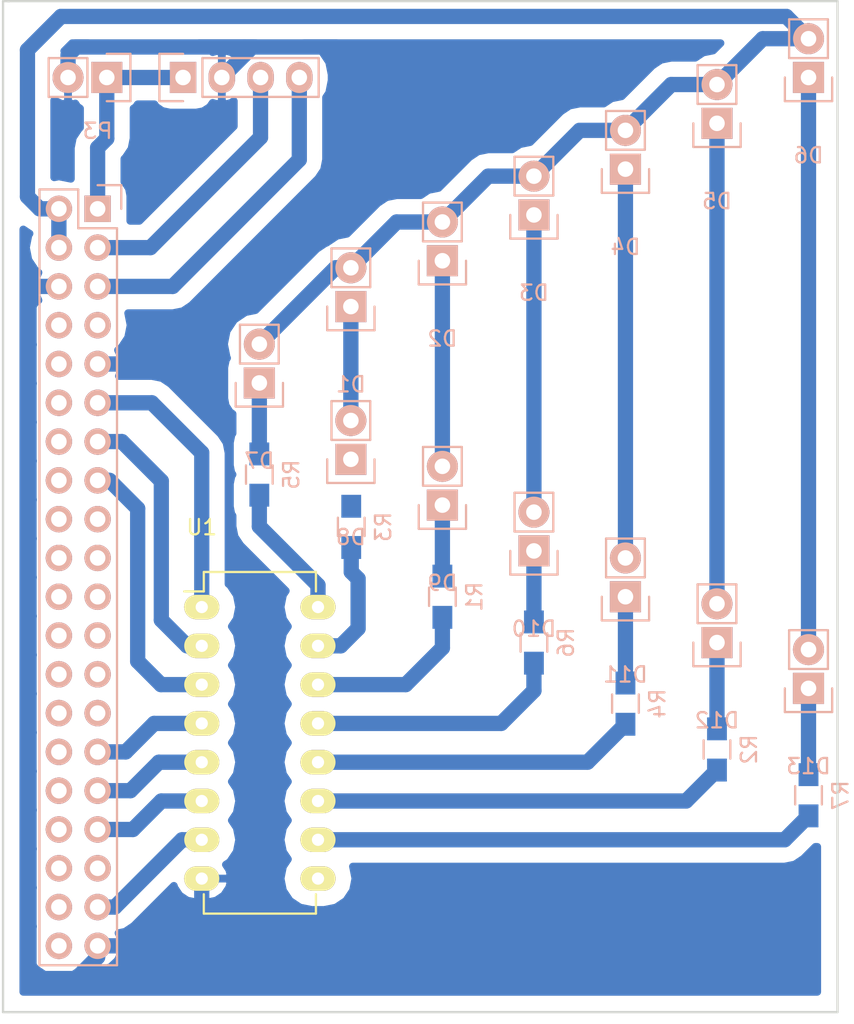
<source format=kicad_pcb>
(kicad_pcb (version 4) (host pcbnew 4.0.4+e1-6308~48~ubuntu15.10.1-stable)

  (general
    (links 44)
    (no_connects 1)
    (area 99.775 72.549999 155.95 139.625001)
    (thickness 1.6)
    (drawings 8)
    (tracks 112)
    (zones 0)
    (modules 24)
    (nets 59)
  )

  (page A4)
  (layers
    (0 F.Cu signal)
    (31 B.Cu signal)
    (32 B.Adhes user)
    (33 F.Adhes user)
    (34 B.Paste user)
    (35 F.Paste user)
    (36 B.SilkS user)
    (37 F.SilkS user)
    (38 B.Mask user)
    (39 F.Mask user)
    (40 Dwgs.User user)
    (41 Cmts.User user)
    (42 Eco1.User user)
    (43 Eco2.User user)
    (44 Edge.Cuts user)
    (45 Margin user)
    (46 B.CrtYd user)
    (47 F.CrtYd user)
    (48 B.Fab user)
    (49 F.Fab user)
  )

  (setup
    (last_trace_width 1)
    (user_trace_width 1)
    (trace_clearance 0.2)
    (zone_clearance 1)
    (zone_45_only no)
    (trace_min 0.2)
    (segment_width 0.2)
    (edge_width 0.15)
    (via_size 0.6)
    (via_drill 0.4)
    (via_min_size 0.4)
    (via_min_drill 0.3)
    (uvia_size 0.3)
    (uvia_drill 0.1)
    (uvias_allowed no)
    (uvia_min_size 0.2)
    (uvia_min_drill 0.1)
    (pcb_text_width 0.3)
    (pcb_text_size 1.5 1.5)
    (mod_edge_width 0.15)
    (mod_text_size 1 1)
    (mod_text_width 0.15)
    (pad_size 1.7272 1.7272)
    (pad_drill 1.016)
    (pad_to_mask_clearance 0.2)
    (aux_axis_origin 0 0)
    (visible_elements FFFFFF7F)
    (pcbplotparams
      (layerselection 0x01000_80000000)
      (usegerberextensions false)
      (excludeedgelayer true)
      (linewidth 0.100000)
      (plotframeref false)
      (viasonmask false)
      (mode 1)
      (useauxorigin false)
      (hpglpennumber 1)
      (hpglpenspeed 20)
      (hpglpendiameter 15)
      (hpglpenoverlay 2)
      (psnegative false)
      (psa4output false)
      (plotreference true)
      (plotvalue true)
      (plotinvisibletext false)
      (padsonsilk false)
      (subtractmaskfromsilk false)
      (outputformat 1)
      (mirror false)
      (drillshape 0)
      (scaleselection 1)
      (outputdirectory Gerbers/))
  )

  (net 0 "")
  (net 1 "Net-(D1-Pad1)")
  (net 2 +5V)
  (net 3 "Net-(D2-Pad1)")
  (net 4 "Net-(D10-Pad2)")
  (net 5 "Net-(D11-Pad2)")
  (net 6 "Net-(D12-Pad2)")
  (net 7 "Net-(D13-Pad2)")
  (net 8 "Net-(D7-Pad1)")
  (net 9 "Net-(D8-Pad1)")
  (net 10 "Net-(D9-Pad1)")
  (net 11 "Net-(D10-Pad1)")
  (net 12 "Net-(D11-Pad1)")
  (net 13 "Net-(D12-Pad1)")
  (net 14 "Net-(D13-Pad1)")
  (net 15 +3V3)
  (net 16 GND)
  (net 17 "Net-(P1-Pad3)")
  (net 18 "Net-(P1-Pad4)")
  (net 19 "Net-(P3-Pad7)")
  (net 20 "Net-(P3-Pad8)")
  (net 21 "Net-(P3-Pad10)")
  (net 22 "Net-(P3-Pad11)")
  (net 23 "Net-(P3-Pad12)")
  (net 24 "Net-(P3-Pad13)")
  (net 25 "Net-(P3-Pad14)")
  (net 26 "Net-(P3-Pad15)")
  (net 27 "Net-(P3-Pad16)")
  (net 28 "Net-(P3-Pad17)")
  (net 29 "Net-(P3-Pad18)")
  (net 30 "Net-(P3-Pad19)")
  (net 31 "Net-(P3-Pad20)")
  (net 32 "Net-(P3-Pad21)")
  (net 33 "Net-(P3-Pad22)")
  (net 34 "Net-(P3-Pad23)")
  (net 35 "Net-(P3-Pad24)")
  (net 36 "Net-(P3-Pad25)")
  (net 37 "Net-(P3-Pad26)")
  (net 38 "Net-(P3-Pad27)")
  (net 39 "Net-(P3-Pad28)")
  (net 40 "Net-(P3-Pad29)")
  (net 41 "Net-(P3-Pad30)")
  (net 42 "Net-(P3-Pad31)")
  (net 43 "Net-(P3-Pad32)")
  (net 44 "Net-(P3-Pad33)")
  (net 45 "Net-(P3-Pad34)")
  (net 46 "Net-(P3-Pad35)")
  (net 47 "Net-(P3-Pad36)")
  (net 48 "Net-(P3-Pad37)")
  (net 49 "Net-(P3-Pad38)")
  (net 50 "Net-(P3-Pad40)")
  (net 51 "Net-(R1-Pad1)")
  (net 52 "Net-(R2-Pad1)")
  (net 53 "Net-(R3-Pad1)")
  (net 54 "Net-(R4-Pad1)")
  (net 55 "Net-(R5-Pad1)")
  (net 56 "Net-(R6-Pad1)")
  (net 57 "Net-(R7-Pad1)")
  (net 58 "Net-(U1-Pad9)")

  (net_class Default "This is the default net class."
    (clearance 0.2)
    (trace_width 0.25)
    (via_dia 0.6)
    (via_drill 0.4)
    (uvia_dia 0.3)
    (uvia_drill 0.1)
    (add_net +3V3)
    (add_net +5V)
    (add_net GND)
    (add_net "Net-(D1-Pad1)")
    (add_net "Net-(D10-Pad1)")
    (add_net "Net-(D10-Pad2)")
    (add_net "Net-(D11-Pad1)")
    (add_net "Net-(D11-Pad2)")
    (add_net "Net-(D12-Pad1)")
    (add_net "Net-(D12-Pad2)")
    (add_net "Net-(D13-Pad1)")
    (add_net "Net-(D13-Pad2)")
    (add_net "Net-(D2-Pad1)")
    (add_net "Net-(D7-Pad1)")
    (add_net "Net-(D8-Pad1)")
    (add_net "Net-(D9-Pad1)")
    (add_net "Net-(P1-Pad3)")
    (add_net "Net-(P1-Pad4)")
    (add_net "Net-(P3-Pad10)")
    (add_net "Net-(P3-Pad11)")
    (add_net "Net-(P3-Pad12)")
    (add_net "Net-(P3-Pad13)")
    (add_net "Net-(P3-Pad14)")
    (add_net "Net-(P3-Pad15)")
    (add_net "Net-(P3-Pad16)")
    (add_net "Net-(P3-Pad17)")
    (add_net "Net-(P3-Pad18)")
    (add_net "Net-(P3-Pad19)")
    (add_net "Net-(P3-Pad20)")
    (add_net "Net-(P3-Pad21)")
    (add_net "Net-(P3-Pad22)")
    (add_net "Net-(P3-Pad23)")
    (add_net "Net-(P3-Pad24)")
    (add_net "Net-(P3-Pad25)")
    (add_net "Net-(P3-Pad26)")
    (add_net "Net-(P3-Pad27)")
    (add_net "Net-(P3-Pad28)")
    (add_net "Net-(P3-Pad29)")
    (add_net "Net-(P3-Pad30)")
    (add_net "Net-(P3-Pad31)")
    (add_net "Net-(P3-Pad32)")
    (add_net "Net-(P3-Pad33)")
    (add_net "Net-(P3-Pad34)")
    (add_net "Net-(P3-Pad35)")
    (add_net "Net-(P3-Pad36)")
    (add_net "Net-(P3-Pad37)")
    (add_net "Net-(P3-Pad38)")
    (add_net "Net-(P3-Pad40)")
    (add_net "Net-(P3-Pad7)")
    (add_net "Net-(P3-Pad8)")
    (add_net "Net-(R1-Pad1)")
    (add_net "Net-(R2-Pad1)")
    (add_net "Net-(R3-Pad1)")
    (add_net "Net-(R4-Pad1)")
    (add_net "Net-(R5-Pad1)")
    (add_net "Net-(R6-Pad1)")
    (add_net "Net-(R7-Pad1)")
    (add_net "Net-(U1-Pad9)")
  )

  (module Pin_Headers:Pin_Header_Straight_1x02 (layer B.Cu) (tedit 54EA090C) (tstamp 57E96C60)
    (at 122.775 92.625)
    (descr "Through hole pin header")
    (tags "pin header")
    (path /57E983DA)
    (fp_text reference D1 (at 0 5.1) (layer B.SilkS)
      (effects (font (size 1 1) (thickness 0.15)) (justify mirror))
    )
    (fp_text value LED (at 0 3.1) (layer B.Fab)
      (effects (font (size 1 1) (thickness 0.15)) (justify mirror))
    )
    (fp_line (start 1.27 -1.27) (end 1.27 -3.81) (layer B.SilkS) (width 0.15))
    (fp_line (start 1.55 1.55) (end 1.55 0) (layer B.SilkS) (width 0.15))
    (fp_line (start -1.75 1.75) (end -1.75 -4.3) (layer B.CrtYd) (width 0.05))
    (fp_line (start 1.75 1.75) (end 1.75 -4.3) (layer B.CrtYd) (width 0.05))
    (fp_line (start -1.75 1.75) (end 1.75 1.75) (layer B.CrtYd) (width 0.05))
    (fp_line (start -1.75 -4.3) (end 1.75 -4.3) (layer B.CrtYd) (width 0.05))
    (fp_line (start 1.27 -1.27) (end -1.27 -1.27) (layer B.SilkS) (width 0.15))
    (fp_line (start -1.55 0) (end -1.55 1.55) (layer B.SilkS) (width 0.15))
    (fp_line (start -1.55 1.55) (end 1.55 1.55) (layer B.SilkS) (width 0.15))
    (fp_line (start -1.27 -1.27) (end -1.27 -3.81) (layer B.SilkS) (width 0.15))
    (fp_line (start -1.27 -3.81) (end 1.27 -3.81) (layer B.SilkS) (width 0.15))
    (pad 1 thru_hole rect (at 0 0) (size 2.032 2.032) (drill 1.016) (layers *.Cu *.Mask B.SilkS)
      (net 1 "Net-(D1-Pad1)"))
    (pad 2 thru_hole oval (at 0 -2.54) (size 2.032 2.032) (drill 1.016) (layers *.Cu *.Mask B.SilkS)
      (net 2 +5V))
    (model Pin_Headers.3dshapes/Pin_Header_Straight_1x02.wrl
      (at (xyz 0 -0.05 0))
      (scale (xyz 1 1 1))
      (rotate (xyz 0 0 90))
    )
  )

  (module Pin_Headers:Pin_Header_Straight_1x02 (layer B.Cu) (tedit 54EA090C) (tstamp 57E96C66)
    (at 128.775 89.625)
    (descr "Through hole pin header")
    (tags "pin header")
    (path /57E9860A)
    (fp_text reference D2 (at 0 5.1) (layer B.SilkS)
      (effects (font (size 1 1) (thickness 0.15)) (justify mirror))
    )
    (fp_text value LED (at 0 3.1) (layer B.Fab)
      (effects (font (size 1 1) (thickness 0.15)) (justify mirror))
    )
    (fp_line (start 1.27 -1.27) (end 1.27 -3.81) (layer B.SilkS) (width 0.15))
    (fp_line (start 1.55 1.55) (end 1.55 0) (layer B.SilkS) (width 0.15))
    (fp_line (start -1.75 1.75) (end -1.75 -4.3) (layer B.CrtYd) (width 0.05))
    (fp_line (start 1.75 1.75) (end 1.75 -4.3) (layer B.CrtYd) (width 0.05))
    (fp_line (start -1.75 1.75) (end 1.75 1.75) (layer B.CrtYd) (width 0.05))
    (fp_line (start -1.75 -4.3) (end 1.75 -4.3) (layer B.CrtYd) (width 0.05))
    (fp_line (start 1.27 -1.27) (end -1.27 -1.27) (layer B.SilkS) (width 0.15))
    (fp_line (start -1.55 0) (end -1.55 1.55) (layer B.SilkS) (width 0.15))
    (fp_line (start -1.55 1.55) (end 1.55 1.55) (layer B.SilkS) (width 0.15))
    (fp_line (start -1.27 -1.27) (end -1.27 -3.81) (layer B.SilkS) (width 0.15))
    (fp_line (start -1.27 -3.81) (end 1.27 -3.81) (layer B.SilkS) (width 0.15))
    (pad 1 thru_hole rect (at 0 0) (size 2.032 2.032) (drill 1.016) (layers *.Cu *.Mask B.SilkS)
      (net 3 "Net-(D2-Pad1)"))
    (pad 2 thru_hole oval (at 0 -2.54) (size 2.032 2.032) (drill 1.016) (layers *.Cu *.Mask B.SilkS)
      (net 2 +5V))
    (model Pin_Headers.3dshapes/Pin_Header_Straight_1x02.wrl
      (at (xyz 0 -0.05 0))
      (scale (xyz 1 1 1))
      (rotate (xyz 0 0 90))
    )
  )

  (module Pin_Headers:Pin_Header_Straight_1x02 (layer B.Cu) (tedit 54EA090C) (tstamp 57E96C6C)
    (at 134.775 86.625)
    (descr "Through hole pin header")
    (tags "pin header")
    (path /57E9869C)
    (fp_text reference D3 (at 0 5.1) (layer B.SilkS)
      (effects (font (size 1 1) (thickness 0.15)) (justify mirror))
    )
    (fp_text value LED (at 0 3.1) (layer B.Fab)
      (effects (font (size 1 1) (thickness 0.15)) (justify mirror))
    )
    (fp_line (start 1.27 -1.27) (end 1.27 -3.81) (layer B.SilkS) (width 0.15))
    (fp_line (start 1.55 1.55) (end 1.55 0) (layer B.SilkS) (width 0.15))
    (fp_line (start -1.75 1.75) (end -1.75 -4.3) (layer B.CrtYd) (width 0.05))
    (fp_line (start 1.75 1.75) (end 1.75 -4.3) (layer B.CrtYd) (width 0.05))
    (fp_line (start -1.75 1.75) (end 1.75 1.75) (layer B.CrtYd) (width 0.05))
    (fp_line (start -1.75 -4.3) (end 1.75 -4.3) (layer B.CrtYd) (width 0.05))
    (fp_line (start 1.27 -1.27) (end -1.27 -1.27) (layer B.SilkS) (width 0.15))
    (fp_line (start -1.55 0) (end -1.55 1.55) (layer B.SilkS) (width 0.15))
    (fp_line (start -1.55 1.55) (end 1.55 1.55) (layer B.SilkS) (width 0.15))
    (fp_line (start -1.27 -1.27) (end -1.27 -3.81) (layer B.SilkS) (width 0.15))
    (fp_line (start -1.27 -3.81) (end 1.27 -3.81) (layer B.SilkS) (width 0.15))
    (pad 1 thru_hole rect (at 0 0) (size 2.032 2.032) (drill 1.016) (layers *.Cu *.Mask B.SilkS)
      (net 4 "Net-(D10-Pad2)"))
    (pad 2 thru_hole oval (at 0 -2.54) (size 2.032 2.032) (drill 1.016) (layers *.Cu *.Mask B.SilkS)
      (net 2 +5V))
    (model Pin_Headers.3dshapes/Pin_Header_Straight_1x02.wrl
      (at (xyz 0 -0.05 0))
      (scale (xyz 1 1 1))
      (rotate (xyz 0 0 90))
    )
  )

  (module Pin_Headers:Pin_Header_Straight_1x02 (layer B.Cu) (tedit 54EA090C) (tstamp 57E96C72)
    (at 140.775 83.625)
    (descr "Through hole pin header")
    (tags "pin header")
    (path /57E98759)
    (fp_text reference D4 (at 0 5.1) (layer B.SilkS)
      (effects (font (size 1 1) (thickness 0.15)) (justify mirror))
    )
    (fp_text value LED (at 0 3.1) (layer B.Fab)
      (effects (font (size 1 1) (thickness 0.15)) (justify mirror))
    )
    (fp_line (start 1.27 -1.27) (end 1.27 -3.81) (layer B.SilkS) (width 0.15))
    (fp_line (start 1.55 1.55) (end 1.55 0) (layer B.SilkS) (width 0.15))
    (fp_line (start -1.75 1.75) (end -1.75 -4.3) (layer B.CrtYd) (width 0.05))
    (fp_line (start 1.75 1.75) (end 1.75 -4.3) (layer B.CrtYd) (width 0.05))
    (fp_line (start -1.75 1.75) (end 1.75 1.75) (layer B.CrtYd) (width 0.05))
    (fp_line (start -1.75 -4.3) (end 1.75 -4.3) (layer B.CrtYd) (width 0.05))
    (fp_line (start 1.27 -1.27) (end -1.27 -1.27) (layer B.SilkS) (width 0.15))
    (fp_line (start -1.55 0) (end -1.55 1.55) (layer B.SilkS) (width 0.15))
    (fp_line (start -1.55 1.55) (end 1.55 1.55) (layer B.SilkS) (width 0.15))
    (fp_line (start -1.27 -1.27) (end -1.27 -3.81) (layer B.SilkS) (width 0.15))
    (fp_line (start -1.27 -3.81) (end 1.27 -3.81) (layer B.SilkS) (width 0.15))
    (pad 1 thru_hole rect (at 0 0) (size 2.032 2.032) (drill 1.016) (layers *.Cu *.Mask B.SilkS)
      (net 5 "Net-(D11-Pad2)"))
    (pad 2 thru_hole oval (at 0 -2.54) (size 2.032 2.032) (drill 1.016) (layers *.Cu *.Mask B.SilkS)
      (net 2 +5V))
    (model Pin_Headers.3dshapes/Pin_Header_Straight_1x02.wrl
      (at (xyz 0 -0.05 0))
      (scale (xyz 1 1 1))
      (rotate (xyz 0 0 90))
    )
  )

  (module Pin_Headers:Pin_Header_Straight_1x02 (layer B.Cu) (tedit 54EA090C) (tstamp 57E96C78)
    (at 146.775 80.625)
    (descr "Through hole pin header")
    (tags "pin header")
    (path /57E98876)
    (fp_text reference D5 (at 0 5.1) (layer B.SilkS)
      (effects (font (size 1 1) (thickness 0.15)) (justify mirror))
    )
    (fp_text value LED (at 0 3.1) (layer B.Fab)
      (effects (font (size 1 1) (thickness 0.15)) (justify mirror))
    )
    (fp_line (start 1.27 -1.27) (end 1.27 -3.81) (layer B.SilkS) (width 0.15))
    (fp_line (start 1.55 1.55) (end 1.55 0) (layer B.SilkS) (width 0.15))
    (fp_line (start -1.75 1.75) (end -1.75 -4.3) (layer B.CrtYd) (width 0.05))
    (fp_line (start 1.75 1.75) (end 1.75 -4.3) (layer B.CrtYd) (width 0.05))
    (fp_line (start -1.75 1.75) (end 1.75 1.75) (layer B.CrtYd) (width 0.05))
    (fp_line (start -1.75 -4.3) (end 1.75 -4.3) (layer B.CrtYd) (width 0.05))
    (fp_line (start 1.27 -1.27) (end -1.27 -1.27) (layer B.SilkS) (width 0.15))
    (fp_line (start -1.55 0) (end -1.55 1.55) (layer B.SilkS) (width 0.15))
    (fp_line (start -1.55 1.55) (end 1.55 1.55) (layer B.SilkS) (width 0.15))
    (fp_line (start -1.27 -1.27) (end -1.27 -3.81) (layer B.SilkS) (width 0.15))
    (fp_line (start -1.27 -3.81) (end 1.27 -3.81) (layer B.SilkS) (width 0.15))
    (pad 1 thru_hole rect (at 0 0) (size 2.032 2.032) (drill 1.016) (layers *.Cu *.Mask B.SilkS)
      (net 6 "Net-(D12-Pad2)"))
    (pad 2 thru_hole oval (at 0 -2.54) (size 2.032 2.032) (drill 1.016) (layers *.Cu *.Mask B.SilkS)
      (net 2 +5V))
    (model Pin_Headers.3dshapes/Pin_Header_Straight_1x02.wrl
      (at (xyz 0 -0.05 0))
      (scale (xyz 1 1 1))
      (rotate (xyz 0 0 90))
    )
  )

  (module Pin_Headers:Pin_Header_Straight_1x02 (layer B.Cu) (tedit 54EA090C) (tstamp 57E96C7E)
    (at 152.775 77.625)
    (descr "Through hole pin header")
    (tags "pin header")
    (path /57E989AE)
    (fp_text reference D6 (at 0 5.1) (layer B.SilkS)
      (effects (font (size 1 1) (thickness 0.15)) (justify mirror))
    )
    (fp_text value LED (at 0 3.1) (layer B.Fab)
      (effects (font (size 1 1) (thickness 0.15)) (justify mirror))
    )
    (fp_line (start 1.27 -1.27) (end 1.27 -3.81) (layer B.SilkS) (width 0.15))
    (fp_line (start 1.55 1.55) (end 1.55 0) (layer B.SilkS) (width 0.15))
    (fp_line (start -1.75 1.75) (end -1.75 -4.3) (layer B.CrtYd) (width 0.05))
    (fp_line (start 1.75 1.75) (end 1.75 -4.3) (layer B.CrtYd) (width 0.05))
    (fp_line (start -1.75 1.75) (end 1.75 1.75) (layer B.CrtYd) (width 0.05))
    (fp_line (start -1.75 -4.3) (end 1.75 -4.3) (layer B.CrtYd) (width 0.05))
    (fp_line (start 1.27 -1.27) (end -1.27 -1.27) (layer B.SilkS) (width 0.15))
    (fp_line (start -1.55 0) (end -1.55 1.55) (layer B.SilkS) (width 0.15))
    (fp_line (start -1.55 1.55) (end 1.55 1.55) (layer B.SilkS) (width 0.15))
    (fp_line (start -1.27 -1.27) (end -1.27 -3.81) (layer B.SilkS) (width 0.15))
    (fp_line (start -1.27 -3.81) (end 1.27 -3.81) (layer B.SilkS) (width 0.15))
    (pad 1 thru_hole rect (at 0 0) (size 2.032 2.032) (drill 1.016) (layers *.Cu *.Mask B.SilkS)
      (net 7 "Net-(D13-Pad2)"))
    (pad 2 thru_hole oval (at 0 -2.54) (size 2.032 2.032) (drill 1.016) (layers *.Cu *.Mask B.SilkS)
      (net 2 +5V))
    (model Pin_Headers.3dshapes/Pin_Header_Straight_1x02.wrl
      (at (xyz 0 -0.05 0))
      (scale (xyz 1 1 1))
      (rotate (xyz 0 0 90))
    )
  )

  (module Pin_Headers:Pin_Header_Straight_1x02 (layer B.Cu) (tedit 54EA090C) (tstamp 57E96C84)
    (at 116.775 97.625)
    (descr "Through hole pin header")
    (tags "pin header")
    (path /57E97E31)
    (fp_text reference D7 (at 0 5.1) (layer B.SilkS)
      (effects (font (size 1 1) (thickness 0.15)) (justify mirror))
    )
    (fp_text value LED (at 0 3.1) (layer B.Fab)
      (effects (font (size 1 1) (thickness 0.15)) (justify mirror))
    )
    (fp_line (start 1.27 -1.27) (end 1.27 -3.81) (layer B.SilkS) (width 0.15))
    (fp_line (start 1.55 1.55) (end 1.55 0) (layer B.SilkS) (width 0.15))
    (fp_line (start -1.75 1.75) (end -1.75 -4.3) (layer B.CrtYd) (width 0.05))
    (fp_line (start 1.75 1.75) (end 1.75 -4.3) (layer B.CrtYd) (width 0.05))
    (fp_line (start -1.75 1.75) (end 1.75 1.75) (layer B.CrtYd) (width 0.05))
    (fp_line (start -1.75 -4.3) (end 1.75 -4.3) (layer B.CrtYd) (width 0.05))
    (fp_line (start 1.27 -1.27) (end -1.27 -1.27) (layer B.SilkS) (width 0.15))
    (fp_line (start -1.55 0) (end -1.55 1.55) (layer B.SilkS) (width 0.15))
    (fp_line (start -1.55 1.55) (end 1.55 1.55) (layer B.SilkS) (width 0.15))
    (fp_line (start -1.27 -1.27) (end -1.27 -3.81) (layer B.SilkS) (width 0.15))
    (fp_line (start -1.27 -3.81) (end 1.27 -3.81) (layer B.SilkS) (width 0.15))
    (pad 1 thru_hole rect (at 0 0) (size 2.032 2.032) (drill 1.016) (layers *.Cu *.Mask B.SilkS)
      (net 8 "Net-(D7-Pad1)"))
    (pad 2 thru_hole oval (at 0 -2.54) (size 2.032 2.032) (drill 1.016) (layers *.Cu *.Mask B.SilkS)
      (net 2 +5V))
    (model Pin_Headers.3dshapes/Pin_Header_Straight_1x02.wrl
      (at (xyz 0 -0.05 0))
      (scale (xyz 1 1 1))
      (rotate (xyz 0 0 90))
    )
  )

  (module Pin_Headers:Pin_Header_Straight_1x02 (layer B.Cu) (tedit 54EA090C) (tstamp 57E96C8A)
    (at 122.775 102.625)
    (descr "Through hole pin header")
    (tags "pin header")
    (path /57E9818E)
    (fp_text reference D8 (at 0 5.1) (layer B.SilkS)
      (effects (font (size 1 1) (thickness 0.15)) (justify mirror))
    )
    (fp_text value LED (at 0 3.1) (layer B.Fab)
      (effects (font (size 1 1) (thickness 0.15)) (justify mirror))
    )
    (fp_line (start 1.27 -1.27) (end 1.27 -3.81) (layer B.SilkS) (width 0.15))
    (fp_line (start 1.55 1.55) (end 1.55 0) (layer B.SilkS) (width 0.15))
    (fp_line (start -1.75 1.75) (end -1.75 -4.3) (layer B.CrtYd) (width 0.05))
    (fp_line (start 1.75 1.75) (end 1.75 -4.3) (layer B.CrtYd) (width 0.05))
    (fp_line (start -1.75 1.75) (end 1.75 1.75) (layer B.CrtYd) (width 0.05))
    (fp_line (start -1.75 -4.3) (end 1.75 -4.3) (layer B.CrtYd) (width 0.05))
    (fp_line (start 1.27 -1.27) (end -1.27 -1.27) (layer B.SilkS) (width 0.15))
    (fp_line (start -1.55 0) (end -1.55 1.55) (layer B.SilkS) (width 0.15))
    (fp_line (start -1.55 1.55) (end 1.55 1.55) (layer B.SilkS) (width 0.15))
    (fp_line (start -1.27 -1.27) (end -1.27 -3.81) (layer B.SilkS) (width 0.15))
    (fp_line (start -1.27 -3.81) (end 1.27 -3.81) (layer B.SilkS) (width 0.15))
    (pad 1 thru_hole rect (at 0 0) (size 2.032 2.032) (drill 1.016) (layers *.Cu *.Mask B.SilkS)
      (net 9 "Net-(D8-Pad1)"))
    (pad 2 thru_hole oval (at 0 -2.54) (size 2.032 2.032) (drill 1.016) (layers *.Cu *.Mask B.SilkS)
      (net 1 "Net-(D1-Pad1)"))
    (model Pin_Headers.3dshapes/Pin_Header_Straight_1x02.wrl
      (at (xyz 0 -0.05 0))
      (scale (xyz 1 1 1))
      (rotate (xyz 0 0 90))
    )
  )

  (module Pin_Headers:Pin_Header_Straight_1x02 (layer B.Cu) (tedit 54EA090C) (tstamp 57E96C90)
    (at 128.775 105.625)
    (descr "Through hole pin header")
    (tags "pin header")
    (path /57E9858F)
    (fp_text reference D9 (at 0 5.1) (layer B.SilkS)
      (effects (font (size 1 1) (thickness 0.15)) (justify mirror))
    )
    (fp_text value LED (at 0 3.1) (layer B.Fab)
      (effects (font (size 1 1) (thickness 0.15)) (justify mirror))
    )
    (fp_line (start 1.27 -1.27) (end 1.27 -3.81) (layer B.SilkS) (width 0.15))
    (fp_line (start 1.55 1.55) (end 1.55 0) (layer B.SilkS) (width 0.15))
    (fp_line (start -1.75 1.75) (end -1.75 -4.3) (layer B.CrtYd) (width 0.05))
    (fp_line (start 1.75 1.75) (end 1.75 -4.3) (layer B.CrtYd) (width 0.05))
    (fp_line (start -1.75 1.75) (end 1.75 1.75) (layer B.CrtYd) (width 0.05))
    (fp_line (start -1.75 -4.3) (end 1.75 -4.3) (layer B.CrtYd) (width 0.05))
    (fp_line (start 1.27 -1.27) (end -1.27 -1.27) (layer B.SilkS) (width 0.15))
    (fp_line (start -1.55 0) (end -1.55 1.55) (layer B.SilkS) (width 0.15))
    (fp_line (start -1.55 1.55) (end 1.55 1.55) (layer B.SilkS) (width 0.15))
    (fp_line (start -1.27 -1.27) (end -1.27 -3.81) (layer B.SilkS) (width 0.15))
    (fp_line (start -1.27 -3.81) (end 1.27 -3.81) (layer B.SilkS) (width 0.15))
    (pad 1 thru_hole rect (at 0 0) (size 2.032 2.032) (drill 1.016) (layers *.Cu *.Mask B.SilkS)
      (net 10 "Net-(D9-Pad1)"))
    (pad 2 thru_hole oval (at 0 -2.54) (size 2.032 2.032) (drill 1.016) (layers *.Cu *.Mask B.SilkS)
      (net 3 "Net-(D2-Pad1)"))
    (model Pin_Headers.3dshapes/Pin_Header_Straight_1x02.wrl
      (at (xyz 0 -0.05 0))
      (scale (xyz 1 1 1))
      (rotate (xyz 0 0 90))
    )
  )

  (module Pin_Headers:Pin_Header_Straight_1x02 (layer B.Cu) (tedit 54EA090C) (tstamp 57E96C96)
    (at 134.775 108.625)
    (descr "Through hole pin header")
    (tags "pin header")
    (path /57E98651)
    (fp_text reference D10 (at 0 5.1) (layer B.SilkS)
      (effects (font (size 1 1) (thickness 0.15)) (justify mirror))
    )
    (fp_text value LED (at 0 3.1) (layer B.Fab)
      (effects (font (size 1 1) (thickness 0.15)) (justify mirror))
    )
    (fp_line (start 1.27 -1.27) (end 1.27 -3.81) (layer B.SilkS) (width 0.15))
    (fp_line (start 1.55 1.55) (end 1.55 0) (layer B.SilkS) (width 0.15))
    (fp_line (start -1.75 1.75) (end -1.75 -4.3) (layer B.CrtYd) (width 0.05))
    (fp_line (start 1.75 1.75) (end 1.75 -4.3) (layer B.CrtYd) (width 0.05))
    (fp_line (start -1.75 1.75) (end 1.75 1.75) (layer B.CrtYd) (width 0.05))
    (fp_line (start -1.75 -4.3) (end 1.75 -4.3) (layer B.CrtYd) (width 0.05))
    (fp_line (start 1.27 -1.27) (end -1.27 -1.27) (layer B.SilkS) (width 0.15))
    (fp_line (start -1.55 0) (end -1.55 1.55) (layer B.SilkS) (width 0.15))
    (fp_line (start -1.55 1.55) (end 1.55 1.55) (layer B.SilkS) (width 0.15))
    (fp_line (start -1.27 -1.27) (end -1.27 -3.81) (layer B.SilkS) (width 0.15))
    (fp_line (start -1.27 -3.81) (end 1.27 -3.81) (layer B.SilkS) (width 0.15))
    (pad 1 thru_hole rect (at 0 0) (size 2.032 2.032) (drill 1.016) (layers *.Cu *.Mask B.SilkS)
      (net 11 "Net-(D10-Pad1)"))
    (pad 2 thru_hole oval (at 0 -2.54) (size 2.032 2.032) (drill 1.016) (layers *.Cu *.Mask B.SilkS)
      (net 4 "Net-(D10-Pad2)"))
    (model Pin_Headers.3dshapes/Pin_Header_Straight_1x02.wrl
      (at (xyz 0 -0.05 0))
      (scale (xyz 1 1 1))
      (rotate (xyz 0 0 90))
    )
  )

  (module Pin_Headers:Pin_Header_Straight_1x02 (layer B.Cu) (tedit 54EA090C) (tstamp 57E96C9C)
    (at 140.775 111.625)
    (descr "Through hole pin header")
    (tags "pin header")
    (path /57E987C2)
    (fp_text reference D11 (at 0 5.1) (layer B.SilkS)
      (effects (font (size 1 1) (thickness 0.15)) (justify mirror))
    )
    (fp_text value LED (at 0 3.1) (layer B.Fab)
      (effects (font (size 1 1) (thickness 0.15)) (justify mirror))
    )
    (fp_line (start 1.27 -1.27) (end 1.27 -3.81) (layer B.SilkS) (width 0.15))
    (fp_line (start 1.55 1.55) (end 1.55 0) (layer B.SilkS) (width 0.15))
    (fp_line (start -1.75 1.75) (end -1.75 -4.3) (layer B.CrtYd) (width 0.05))
    (fp_line (start 1.75 1.75) (end 1.75 -4.3) (layer B.CrtYd) (width 0.05))
    (fp_line (start -1.75 1.75) (end 1.75 1.75) (layer B.CrtYd) (width 0.05))
    (fp_line (start -1.75 -4.3) (end 1.75 -4.3) (layer B.CrtYd) (width 0.05))
    (fp_line (start 1.27 -1.27) (end -1.27 -1.27) (layer B.SilkS) (width 0.15))
    (fp_line (start -1.55 0) (end -1.55 1.55) (layer B.SilkS) (width 0.15))
    (fp_line (start -1.55 1.55) (end 1.55 1.55) (layer B.SilkS) (width 0.15))
    (fp_line (start -1.27 -1.27) (end -1.27 -3.81) (layer B.SilkS) (width 0.15))
    (fp_line (start -1.27 -3.81) (end 1.27 -3.81) (layer B.SilkS) (width 0.15))
    (pad 1 thru_hole rect (at 0 0) (size 2.032 2.032) (drill 1.016) (layers *.Cu *.Mask B.SilkS)
      (net 12 "Net-(D11-Pad1)"))
    (pad 2 thru_hole oval (at 0 -2.54) (size 2.032 2.032) (drill 1.016) (layers *.Cu *.Mask B.SilkS)
      (net 5 "Net-(D11-Pad2)"))
    (model Pin_Headers.3dshapes/Pin_Header_Straight_1x02.wrl
      (at (xyz 0 -0.05 0))
      (scale (xyz 1 1 1))
      (rotate (xyz 0 0 90))
    )
  )

  (module Pin_Headers:Pin_Header_Straight_1x02 (layer B.Cu) (tedit 54EA090C) (tstamp 57E96CA2)
    (at 146.775 114.625)
    (descr "Through hole pin header")
    (tags "pin header")
    (path /57E98811)
    (fp_text reference D12 (at 0 5.1) (layer B.SilkS)
      (effects (font (size 1 1) (thickness 0.15)) (justify mirror))
    )
    (fp_text value LED (at 0 3.1) (layer B.Fab)
      (effects (font (size 1 1) (thickness 0.15)) (justify mirror))
    )
    (fp_line (start 1.27 -1.27) (end 1.27 -3.81) (layer B.SilkS) (width 0.15))
    (fp_line (start 1.55 1.55) (end 1.55 0) (layer B.SilkS) (width 0.15))
    (fp_line (start -1.75 1.75) (end -1.75 -4.3) (layer B.CrtYd) (width 0.05))
    (fp_line (start 1.75 1.75) (end 1.75 -4.3) (layer B.CrtYd) (width 0.05))
    (fp_line (start -1.75 1.75) (end 1.75 1.75) (layer B.CrtYd) (width 0.05))
    (fp_line (start -1.75 -4.3) (end 1.75 -4.3) (layer B.CrtYd) (width 0.05))
    (fp_line (start 1.27 -1.27) (end -1.27 -1.27) (layer B.SilkS) (width 0.15))
    (fp_line (start -1.55 0) (end -1.55 1.55) (layer B.SilkS) (width 0.15))
    (fp_line (start -1.55 1.55) (end 1.55 1.55) (layer B.SilkS) (width 0.15))
    (fp_line (start -1.27 -1.27) (end -1.27 -3.81) (layer B.SilkS) (width 0.15))
    (fp_line (start -1.27 -3.81) (end 1.27 -3.81) (layer B.SilkS) (width 0.15))
    (pad 1 thru_hole rect (at 0 0) (size 2.032 2.032) (drill 1.016) (layers *.Cu *.Mask B.SilkS)
      (net 13 "Net-(D12-Pad1)"))
    (pad 2 thru_hole oval (at 0 -2.54) (size 2.032 2.032) (drill 1.016) (layers *.Cu *.Mask B.SilkS)
      (net 6 "Net-(D12-Pad2)"))
    (model Pin_Headers.3dshapes/Pin_Header_Straight_1x02.wrl
      (at (xyz 0 -0.05 0))
      (scale (xyz 1 1 1))
      (rotate (xyz 0 0 90))
    )
  )

  (module Pin_Headers:Pin_Header_Straight_1x02 (layer B.Cu) (tedit 54EA090C) (tstamp 57E96CA8)
    (at 152.775 117.625)
    (descr "Through hole pin header")
    (tags "pin header")
    (path /57E98949)
    (fp_text reference D13 (at 0 5.1) (layer B.SilkS)
      (effects (font (size 1 1) (thickness 0.15)) (justify mirror))
    )
    (fp_text value LED (at 0 3.1) (layer B.Fab)
      (effects (font (size 1 1) (thickness 0.15)) (justify mirror))
    )
    (fp_line (start 1.27 -1.27) (end 1.27 -3.81) (layer B.SilkS) (width 0.15))
    (fp_line (start 1.55 1.55) (end 1.55 0) (layer B.SilkS) (width 0.15))
    (fp_line (start -1.75 1.75) (end -1.75 -4.3) (layer B.CrtYd) (width 0.05))
    (fp_line (start 1.75 1.75) (end 1.75 -4.3) (layer B.CrtYd) (width 0.05))
    (fp_line (start -1.75 1.75) (end 1.75 1.75) (layer B.CrtYd) (width 0.05))
    (fp_line (start -1.75 -4.3) (end 1.75 -4.3) (layer B.CrtYd) (width 0.05))
    (fp_line (start 1.27 -1.27) (end -1.27 -1.27) (layer B.SilkS) (width 0.15))
    (fp_line (start -1.55 0) (end -1.55 1.55) (layer B.SilkS) (width 0.15))
    (fp_line (start -1.55 1.55) (end 1.55 1.55) (layer B.SilkS) (width 0.15))
    (fp_line (start -1.27 -1.27) (end -1.27 -3.81) (layer B.SilkS) (width 0.15))
    (fp_line (start -1.27 -3.81) (end 1.27 -3.81) (layer B.SilkS) (width 0.15))
    (pad 1 thru_hole rect (at 0 0) (size 2.032 2.032) (drill 1.016) (layers *.Cu *.Mask B.SilkS)
      (net 14 "Net-(D13-Pad1)"))
    (pad 2 thru_hole oval (at 0 -2.54) (size 2.032 2.032) (drill 1.016) (layers *.Cu *.Mask B.SilkS)
      (net 7 "Net-(D13-Pad2)"))
    (model Pin_Headers.3dshapes/Pin_Header_Straight_1x02.wrl
      (at (xyz 0 -0.05 0))
      (scale (xyz 1 1 1))
      (rotate (xyz 0 0 90))
    )
  )

  (module Pin_Headers:Pin_Header_Straight_2x20 (layer B.Cu) (tedit 57E96C75) (tstamp 57E96CE2)
    (at 106.175 86.225 180)
    (descr "Through hole pin header")
    (tags "pin header")
    (path /57E96528)
    (fp_text reference P3 (at 0 5.1 180) (layer B.SilkS)
      (effects (font (size 1 1) (thickness 0.15)) (justify mirror))
    )
    (fp_text value CONN_02X20 (at 0 3.1 180) (layer B.Fab)
      (effects (font (size 1 1) (thickness 0.15)) (justify mirror))
    )
    (fp_line (start -1.75 1.75) (end -1.75 -50.05) (layer B.CrtYd) (width 0.05))
    (fp_line (start 4.3 1.75) (end 4.3 -50.05) (layer B.CrtYd) (width 0.05))
    (fp_line (start -1.75 1.75) (end 4.3 1.75) (layer B.CrtYd) (width 0.05))
    (fp_line (start -1.75 -50.05) (end 4.3 -50.05) (layer B.CrtYd) (width 0.05))
    (fp_line (start 3.81 -49.53) (end 3.81 1.27) (layer B.SilkS) (width 0.15))
    (fp_line (start -1.27 -1.27) (end -1.27 -49.53) (layer B.SilkS) (width 0.15))
    (fp_line (start 3.81 -49.53) (end -1.27 -49.53) (layer B.SilkS) (width 0.15))
    (fp_line (start 3.81 1.27) (end 1.27 1.27) (layer B.SilkS) (width 0.15))
    (fp_line (start 0 1.55) (end -1.55 1.55) (layer B.SilkS) (width 0.15))
    (fp_line (start 1.27 1.27) (end 1.27 -1.27) (layer B.SilkS) (width 0.15))
    (fp_line (start 1.27 -1.27) (end -1.27 -1.27) (layer B.SilkS) (width 0.15))
    (fp_line (start -1.55 1.55) (end -1.55 0) (layer B.SilkS) (width 0.15))
    (pad 1 thru_hole rect (at 0 0 180) (size 1.7272 1.7272) (drill 1.016) (layers *.Cu *.Mask B.SilkS)
      (net 15 +3V3))
    (pad 2 thru_hole oval (at 2.54 0 180) (size 1.7272 1.7272) (drill 1.016) (layers *.Cu *.Mask B.SilkS)
      (net 2 +5V))
    (pad 3 thru_hole oval (at 0 -2.54 180) (size 1.7272 1.7272) (drill 1.016) (layers *.Cu *.Mask B.SilkS)
      (net 17 "Net-(P1-Pad3)"))
    (pad 4 thru_hole oval (at 2.54 -2.54 180) (size 1.7272 1.7272) (drill 1.016) (layers *.Cu *.Mask B.SilkS)
      (net 2 +5V))
    (pad 5 thru_hole oval (at 0 -5.08 180) (size 1.7272 1.7272) (drill 1.016) (layers *.Cu *.Mask B.SilkS)
      (net 18 "Net-(P1-Pad4)"))
    (pad 6 thru_hole oval (at 2.54 -5.08 180) (size 1.7272 1.7272) (drill 1.016) (layers *.Cu *.Mask B.SilkS)
      (net 16 GND))
    (pad 7 thru_hole oval (at 0 -7.62 180) (size 1.7272 1.7272) (drill 1.016) (layers *.Cu *.Mask B.SilkS)
      (net 19 "Net-(P3-Pad7)"))
    (pad 8 thru_hole oval (at 2.54 -7.62 180) (size 1.7272 1.7272) (drill 1.016) (layers *.Cu *.Mask B.SilkS)
      (net 20 "Net-(P3-Pad8)"))
    (pad 9 thru_hole oval (at 0 -10.16 180) (size 1.7272 1.7272) (drill 1.016) (layers *.Cu *.Mask B.SilkS)
      (net 16 GND))
    (pad 10 thru_hole oval (at 2.54 -10.16 180) (size 1.7272 1.7272) (drill 1.016) (layers *.Cu *.Mask B.SilkS)
      (net 21 "Net-(P3-Pad10)"))
    (pad 11 thru_hole oval (at 0 -12.7 180) (size 1.7272 1.7272) (drill 1.016) (layers *.Cu *.Mask B.SilkS)
      (net 22 "Net-(P3-Pad11)"))
    (pad 12 thru_hole oval (at 2.54 -12.7 180) (size 1.7272 1.7272) (drill 1.016) (layers *.Cu *.Mask B.SilkS)
      (net 23 "Net-(P3-Pad12)"))
    (pad 13 thru_hole oval (at 0 -15.24 180) (size 1.7272 1.7272) (drill 1.016) (layers *.Cu *.Mask B.SilkS)
      (net 24 "Net-(P3-Pad13)"))
    (pad 14 thru_hole oval (at 2.54 -15.24 180) (size 1.7272 1.7272) (drill 1.016) (layers *.Cu *.Mask B.SilkS)
      (net 25 "Net-(P3-Pad14)"))
    (pad 15 thru_hole oval (at 0 -17.78 180) (size 1.7272 1.7272) (drill 1.016) (layers *.Cu *.Mask B.SilkS)
      (net 26 "Net-(P3-Pad15)"))
    (pad 16 thru_hole oval (at 2.54 -17.78 180) (size 1.7272 1.7272) (drill 1.016) (layers *.Cu *.Mask B.SilkS)
      (net 27 "Net-(P3-Pad16)"))
    (pad 17 thru_hole oval (at 0 -20.32 180) (size 1.7272 1.7272) (drill 1.016) (layers *.Cu *.Mask B.SilkS)
      (net 28 "Net-(P3-Pad17)"))
    (pad 18 thru_hole oval (at 2.54 -20.32 180) (size 1.7272 1.7272) (drill 1.016) (layers *.Cu *.Mask B.SilkS)
      (net 29 "Net-(P3-Pad18)"))
    (pad 19 thru_hole oval (at 0 -22.86 180) (size 1.7272 1.7272) (drill 1.016) (layers *.Cu *.Mask B.SilkS)
      (net 30 "Net-(P3-Pad19)"))
    (pad 20 thru_hole oval (at 2.54 -22.86 180) (size 1.7272 1.7272) (drill 1.016) (layers *.Cu *.Mask B.SilkS)
      (net 31 "Net-(P3-Pad20)"))
    (pad 21 thru_hole oval (at 0 -25.4 180) (size 1.7272 1.7272) (drill 1.016) (layers *.Cu *.Mask B.SilkS)
      (net 32 "Net-(P3-Pad21)"))
    (pad 22 thru_hole oval (at 2.54 -25.4 180) (size 1.7272 1.7272) (drill 1.016) (layers *.Cu *.Mask B.SilkS)
      (net 33 "Net-(P3-Pad22)"))
    (pad 23 thru_hole oval (at 0 -27.94 180) (size 1.7272 1.7272) (drill 1.016) (layers *.Cu *.Mask B.SilkS)
      (net 34 "Net-(P3-Pad23)"))
    (pad 24 thru_hole oval (at 2.54 -27.94 180) (size 1.7272 1.7272) (drill 1.016) (layers *.Cu *.Mask B.SilkS)
      (net 35 "Net-(P3-Pad24)"))
    (pad 25 thru_hole oval (at 0 -30.48 180) (size 1.7272 1.7272) (drill 1.016) (layers *.Cu *.Mask B.SilkS)
      (net 36 "Net-(P3-Pad25)"))
    (pad 26 thru_hole oval (at 2.54 -30.48 180) (size 1.7272 1.7272) (drill 1.016) (layers *.Cu *.Mask B.SilkS)
      (net 37 "Net-(P3-Pad26)"))
    (pad 27 thru_hole oval (at 0 -33.02 180) (size 1.7272 1.7272) (drill 1.016) (layers *.Cu *.Mask B.SilkS)
      (net 38 "Net-(P3-Pad27)"))
    (pad 28 thru_hole oval (at 2.54 -33.02 180) (size 1.7272 1.7272) (drill 1.016) (layers *.Cu *.Mask B.SilkS)
      (net 39 "Net-(P3-Pad28)"))
    (pad 29 thru_hole oval (at 0 -35.56 180) (size 1.7272 1.7272) (drill 1.016) (layers *.Cu *.Mask B.SilkS)
      (net 40 "Net-(P3-Pad29)"))
    (pad 30 thru_hole oval (at 2.54 -35.56 180) (size 1.7272 1.7272) (drill 1.016) (layers *.Cu *.Mask B.SilkS)
      (net 41 "Net-(P3-Pad30)"))
    (pad 31 thru_hole oval (at 0 -38.1 180) (size 1.7272 1.7272) (drill 1.016) (layers *.Cu *.Mask B.SilkS)
      (net 42 "Net-(P3-Pad31)"))
    (pad 32 thru_hole oval (at 2.54 -38.1 180) (size 1.7272 1.7272) (drill 1.016) (layers *.Cu *.Mask B.SilkS)
      (net 43 "Net-(P3-Pad32)"))
    (pad 33 thru_hole oval (at 0 -40.64 180) (size 1.7272 1.7272) (drill 1.016) (layers *.Cu *.Mask B.SilkS)
      (net 44 "Net-(P3-Pad33)"))
    (pad 34 thru_hole oval (at 2.54 -40.64 180) (size 1.7272 1.7272) (drill 1.016) (layers *.Cu *.Mask B.SilkS)
      (net 45 "Net-(P3-Pad34)"))
    (pad 35 thru_hole oval (at 0 -43.18 180) (size 1.7272 1.7272) (drill 1.016) (layers *.Cu *.Mask B.SilkS)
      (net 46 "Net-(P3-Pad35)"))
    (pad 36 thru_hole oval (at 2.54 -43.18 180) (size 1.7272 1.7272) (drill 1.016) (layers *.Cu *.Mask B.SilkS)
      (net 47 "Net-(P3-Pad36)"))
    (pad 37 thru_hole oval (at 0 -45.72 180) (size 1.7272 1.7272) (drill 1.016) (layers *.Cu *.Mask B.SilkS)
      (net 48 "Net-(P3-Pad37)"))
    (pad 38 thru_hole oval (at 2.54 -45.72 180) (size 1.7272 1.7272) (drill 1.016) (layers *.Cu *.Mask B.SilkS)
      (net 49 "Net-(P3-Pad38)"))
    (pad 39 thru_hole oval (at 0 -48.26 180) (size 1.7272 1.7272) (drill 1.016) (layers *.Cu *.Mask B.SilkS)
      (net 16 GND))
    (pad 40 thru_hole oval (at 2.54 -48.26 180) (size 1.7272 1.7272) (drill 1.016) (layers *.Cu *.Mask B.SilkS)
      (net 50 "Net-(P3-Pad40)"))
    (model Pin_Headers.3dshapes/Pin_Header_Straight_2x20.wrl
      (at (xyz 0.05 -0.95 0))
      (scale (xyz 1 1 1))
      (rotate (xyz 0 0 90))
    )
  )

  (module Housings_DIP:DIP-16_W7.62mm_LongPads (layer F.Cu) (tedit 54130A77) (tstamp 57E96D20)
    (at 113 112.3)
    (descr "16-lead dip package, row spacing 7.62 mm (300 mils), longer pads")
    (tags "dil dip 2.54 300")
    (path /57E96921)
    (fp_text reference U1 (at 0 -5.22) (layer F.SilkS)
      (effects (font (size 1 1) (thickness 0.15)))
    )
    (fp_text value ULN2003A (at 0 -3.72) (layer F.Fab)
      (effects (font (size 1 1) (thickness 0.15)))
    )
    (fp_line (start -1.4 -2.45) (end -1.4 20.25) (layer F.CrtYd) (width 0.05))
    (fp_line (start 9 -2.45) (end 9 20.25) (layer F.CrtYd) (width 0.05))
    (fp_line (start -1.4 -2.45) (end 9 -2.45) (layer F.CrtYd) (width 0.05))
    (fp_line (start -1.4 20.25) (end 9 20.25) (layer F.CrtYd) (width 0.05))
    (fp_line (start 0.135 -2.295) (end 0.135 -1.025) (layer F.SilkS) (width 0.15))
    (fp_line (start 7.485 -2.295) (end 7.485 -1.025) (layer F.SilkS) (width 0.15))
    (fp_line (start 7.485 20.075) (end 7.485 18.805) (layer F.SilkS) (width 0.15))
    (fp_line (start 0.135 20.075) (end 0.135 18.805) (layer F.SilkS) (width 0.15))
    (fp_line (start 0.135 -2.295) (end 7.485 -2.295) (layer F.SilkS) (width 0.15))
    (fp_line (start 0.135 20.075) (end 7.485 20.075) (layer F.SilkS) (width 0.15))
    (fp_line (start 0.135 -1.025) (end -1.15 -1.025) (layer F.SilkS) (width 0.15))
    (pad 1 thru_hole oval (at 0 0) (size 2.3 1.6) (drill 0.8) (layers *.Cu *.Mask F.SilkS)
      (net 22 "Net-(P3-Pad11)"))
    (pad 2 thru_hole oval (at 0 2.54) (size 2.3 1.6) (drill 0.8) (layers *.Cu *.Mask F.SilkS)
      (net 24 "Net-(P3-Pad13)"))
    (pad 3 thru_hole oval (at 0 5.08) (size 2.3 1.6) (drill 0.8) (layers *.Cu *.Mask F.SilkS)
      (net 26 "Net-(P3-Pad15)"))
    (pad 4 thru_hole oval (at 0 7.62) (size 2.3 1.6) (drill 0.8) (layers *.Cu *.Mask F.SilkS)
      (net 40 "Net-(P3-Pad29)"))
    (pad 5 thru_hole oval (at 0 10.16) (size 2.3 1.6) (drill 0.8) (layers *.Cu *.Mask F.SilkS)
      (net 42 "Net-(P3-Pad31)"))
    (pad 6 thru_hole oval (at 0 12.7) (size 2.3 1.6) (drill 0.8) (layers *.Cu *.Mask F.SilkS)
      (net 44 "Net-(P3-Pad33)"))
    (pad 7 thru_hole oval (at 0 15.24) (size 2.3 1.6) (drill 0.8) (layers *.Cu *.Mask F.SilkS)
      (net 48 "Net-(P3-Pad37)"))
    (pad 8 thru_hole oval (at 0 17.78) (size 2.3 1.6) (drill 0.8) (layers *.Cu *.Mask F.SilkS)
      (net 16 GND))
    (pad 9 thru_hole oval (at 7.62 17.78) (size 2.3 1.6) (drill 0.8) (layers *.Cu *.Mask F.SilkS)
      (net 58 "Net-(U1-Pad9)"))
    (pad 10 thru_hole oval (at 7.62 15.24) (size 2.3 1.6) (drill 0.8) (layers *.Cu *.Mask F.SilkS)
      (net 57 "Net-(R7-Pad1)"))
    (pad 11 thru_hole oval (at 7.62 12.7) (size 2.3 1.6) (drill 0.8) (layers *.Cu *.Mask F.SilkS)
      (net 52 "Net-(R2-Pad1)"))
    (pad 12 thru_hole oval (at 7.62 10.16) (size 2.3 1.6) (drill 0.8) (layers *.Cu *.Mask F.SilkS)
      (net 54 "Net-(R4-Pad1)"))
    (pad 13 thru_hole oval (at 7.62 7.62) (size 2.3 1.6) (drill 0.8) (layers *.Cu *.Mask F.SilkS)
      (net 56 "Net-(R6-Pad1)"))
    (pad 14 thru_hole oval (at 7.62 5.08) (size 2.3 1.6) (drill 0.8) (layers *.Cu *.Mask F.SilkS)
      (net 51 "Net-(R1-Pad1)"))
    (pad 15 thru_hole oval (at 7.62 2.54) (size 2.3 1.6) (drill 0.8) (layers *.Cu *.Mask F.SilkS)
      (net 53 "Net-(R3-Pad1)"))
    (pad 16 thru_hole oval (at 7.62 0) (size 2.3 1.6) (drill 0.8) (layers *.Cu *.Mask F.SilkS)
      (net 55 "Net-(R5-Pad1)"))
    (model Housings_DIP.3dshapes/DIP-16_W7.62mm_LongPads.wrl
      (at (xyz 0 0 0))
      (scale (xyz 1 1 1))
      (rotate (xyz 0 0 0))
    )
  )

  (module Resistors_SMD:R_0805_HandSoldering (layer B.Cu) (tedit 54189DEE) (tstamp 57E9723E)
    (at 128.775 111.625 90)
    (descr "Resistor SMD 0805, hand soldering")
    (tags "resistor 0805")
    (path /57E96F26)
    (attr smd)
    (fp_text reference R1 (at 0 2.1 90) (layer B.SilkS)
      (effects (font (size 1 1) (thickness 0.15)) (justify mirror))
    )
    (fp_text value 100 (at 0 -2.1 90) (layer B.Fab)
      (effects (font (size 1 1) (thickness 0.15)) (justify mirror))
    )
    (fp_line (start -2.4 1) (end 2.4 1) (layer B.CrtYd) (width 0.05))
    (fp_line (start -2.4 -1) (end 2.4 -1) (layer B.CrtYd) (width 0.05))
    (fp_line (start -2.4 1) (end -2.4 -1) (layer B.CrtYd) (width 0.05))
    (fp_line (start 2.4 1) (end 2.4 -1) (layer B.CrtYd) (width 0.05))
    (fp_line (start 0.6 -0.875) (end -0.6 -0.875) (layer B.SilkS) (width 0.15))
    (fp_line (start -0.6 0.875) (end 0.6 0.875) (layer B.SilkS) (width 0.15))
    (pad 1 smd rect (at -1.35 0 90) (size 1.5 1.3) (layers B.Cu B.Paste B.Mask)
      (net 51 "Net-(R1-Pad1)"))
    (pad 2 smd rect (at 1.35 0 90) (size 1.5 1.3) (layers B.Cu B.Paste B.Mask)
      (net 10 "Net-(D9-Pad1)"))
    (model Resistors_SMD.3dshapes/R_0805_HandSoldering.wrl
      (at (xyz 0 0 0))
      (scale (xyz 1 1 1))
      (rotate (xyz 0 0 0))
    )
  )

  (module Resistors_SMD:R_0805_HandSoldering (layer B.Cu) (tedit 54189DEE) (tstamp 57E97243)
    (at 146.775 121.625 90)
    (descr "Resistor SMD 0805, hand soldering")
    (tags "resistor 0805")
    (path /57E9709D)
    (attr smd)
    (fp_text reference R2 (at 0 2.1 90) (layer B.SilkS)
      (effects (font (size 1 1) (thickness 0.15)) (justify mirror))
    )
    (fp_text value 100 (at 0 -2.1 90) (layer B.Fab)
      (effects (font (size 1 1) (thickness 0.15)) (justify mirror))
    )
    (fp_line (start -2.4 1) (end 2.4 1) (layer B.CrtYd) (width 0.05))
    (fp_line (start -2.4 -1) (end 2.4 -1) (layer B.CrtYd) (width 0.05))
    (fp_line (start -2.4 1) (end -2.4 -1) (layer B.CrtYd) (width 0.05))
    (fp_line (start 2.4 1) (end 2.4 -1) (layer B.CrtYd) (width 0.05))
    (fp_line (start 0.6 -0.875) (end -0.6 -0.875) (layer B.SilkS) (width 0.15))
    (fp_line (start -0.6 0.875) (end 0.6 0.875) (layer B.SilkS) (width 0.15))
    (pad 1 smd rect (at -1.35 0 90) (size 1.5 1.3) (layers B.Cu B.Paste B.Mask)
      (net 52 "Net-(R2-Pad1)"))
    (pad 2 smd rect (at 1.35 0 90) (size 1.5 1.3) (layers B.Cu B.Paste B.Mask)
      (net 13 "Net-(D12-Pad1)"))
    (model Resistors_SMD.3dshapes/R_0805_HandSoldering.wrl
      (at (xyz 0 0 0))
      (scale (xyz 1 1 1))
      (rotate (xyz 0 0 0))
    )
  )

  (module Resistors_SMD:R_0805_HandSoldering (layer B.Cu) (tedit 54189DEE) (tstamp 57E97248)
    (at 122.8 107.05 90)
    (descr "Resistor SMD 0805, hand soldering")
    (tags "resistor 0805")
    (path /57E96EA7)
    (attr smd)
    (fp_text reference R3 (at 0 2.1 90) (layer B.SilkS)
      (effects (font (size 1 1) (thickness 0.15)) (justify mirror))
    )
    (fp_text value 100 (at 0 -2.1 90) (layer B.Fab)
      (effects (font (size 1 1) (thickness 0.15)) (justify mirror))
    )
    (fp_line (start -2.4 1) (end 2.4 1) (layer B.CrtYd) (width 0.05))
    (fp_line (start -2.4 -1) (end 2.4 -1) (layer B.CrtYd) (width 0.05))
    (fp_line (start -2.4 1) (end -2.4 -1) (layer B.CrtYd) (width 0.05))
    (fp_line (start 2.4 1) (end 2.4 -1) (layer B.CrtYd) (width 0.05))
    (fp_line (start 0.6 -0.875) (end -0.6 -0.875) (layer B.SilkS) (width 0.15))
    (fp_line (start -0.6 0.875) (end 0.6 0.875) (layer B.SilkS) (width 0.15))
    (pad 1 smd rect (at -1.35 0 90) (size 1.5 1.3) (layers B.Cu B.Paste B.Mask)
      (net 53 "Net-(R3-Pad1)"))
    (pad 2 smd rect (at 1.35 0 90) (size 1.5 1.3) (layers B.Cu B.Paste B.Mask)
      (net 9 "Net-(D8-Pad1)"))
    (model Resistors_SMD.3dshapes/R_0805_HandSoldering.wrl
      (at (xyz 0 0 0))
      (scale (xyz 1 1 1))
      (rotate (xyz 0 0 0))
    )
  )

  (module Resistors_SMD:R_0805_HandSoldering (layer B.Cu) (tedit 54189DEE) (tstamp 57E9724D)
    (at 140.775 118.625 90)
    (descr "Resistor SMD 0805, hand soldering")
    (tags "resistor 0805")
    (path /57E9704C)
    (attr smd)
    (fp_text reference R4 (at 0 2.1 90) (layer B.SilkS)
      (effects (font (size 1 1) (thickness 0.15)) (justify mirror))
    )
    (fp_text value 100 (at 0 -2.1 90) (layer B.Fab)
      (effects (font (size 1 1) (thickness 0.15)) (justify mirror))
    )
    (fp_line (start -2.4 1) (end 2.4 1) (layer B.CrtYd) (width 0.05))
    (fp_line (start -2.4 -1) (end 2.4 -1) (layer B.CrtYd) (width 0.05))
    (fp_line (start -2.4 1) (end -2.4 -1) (layer B.CrtYd) (width 0.05))
    (fp_line (start 2.4 1) (end 2.4 -1) (layer B.CrtYd) (width 0.05))
    (fp_line (start 0.6 -0.875) (end -0.6 -0.875) (layer B.SilkS) (width 0.15))
    (fp_line (start -0.6 0.875) (end 0.6 0.875) (layer B.SilkS) (width 0.15))
    (pad 1 smd rect (at -1.35 0 90) (size 1.5 1.3) (layers B.Cu B.Paste B.Mask)
      (net 54 "Net-(R4-Pad1)"))
    (pad 2 smd rect (at 1.35 0 90) (size 1.5 1.3) (layers B.Cu B.Paste B.Mask)
      (net 12 "Net-(D11-Pad1)"))
    (model Resistors_SMD.3dshapes/R_0805_HandSoldering.wrl
      (at (xyz 0 0 0))
      (scale (xyz 1 1 1))
      (rotate (xyz 0 0 0))
    )
  )

  (module Resistors_SMD:R_0805_HandSoldering (layer B.Cu) (tedit 54189DEE) (tstamp 57E97252)
    (at 116.775 103.625 90)
    (descr "Resistor SMD 0805, hand soldering")
    (tags "resistor 0805")
    (path /57E96CF3)
    (attr smd)
    (fp_text reference R5 (at 0 2.1 90) (layer B.SilkS)
      (effects (font (size 1 1) (thickness 0.15)) (justify mirror))
    )
    (fp_text value 220 (at 0 -2.1 90) (layer B.Fab)
      (effects (font (size 1 1) (thickness 0.15)) (justify mirror))
    )
    (fp_line (start -2.4 1) (end 2.4 1) (layer B.CrtYd) (width 0.05))
    (fp_line (start -2.4 -1) (end 2.4 -1) (layer B.CrtYd) (width 0.05))
    (fp_line (start -2.4 1) (end -2.4 -1) (layer B.CrtYd) (width 0.05))
    (fp_line (start 2.4 1) (end 2.4 -1) (layer B.CrtYd) (width 0.05))
    (fp_line (start 0.6 -0.875) (end -0.6 -0.875) (layer B.SilkS) (width 0.15))
    (fp_line (start -0.6 0.875) (end 0.6 0.875) (layer B.SilkS) (width 0.15))
    (pad 1 smd rect (at -1.35 0 90) (size 1.5 1.3) (layers B.Cu B.Paste B.Mask)
      (net 55 "Net-(R5-Pad1)"))
    (pad 2 smd rect (at 1.35 0 90) (size 1.5 1.3) (layers B.Cu B.Paste B.Mask)
      (net 8 "Net-(D7-Pad1)"))
    (model Resistors_SMD.3dshapes/R_0805_HandSoldering.wrl
      (at (xyz 0 0 0))
      (scale (xyz 1 1 1))
      (rotate (xyz 0 0 0))
    )
  )

  (module Resistors_SMD:R_0805_HandSoldering (layer B.Cu) (tedit 54189DEE) (tstamp 57E97257)
    (at 134.775 114.625 90)
    (descr "Resistor SMD 0805, hand soldering")
    (tags "resistor 0805")
    (path /57E96FEF)
    (attr smd)
    (fp_text reference R6 (at 0 2.1 90) (layer B.SilkS)
      (effects (font (size 1 1) (thickness 0.15)) (justify mirror))
    )
    (fp_text value 100 (at 0 -2.1 90) (layer B.Fab)
      (effects (font (size 1 1) (thickness 0.15)) (justify mirror))
    )
    (fp_line (start -2.4 1) (end 2.4 1) (layer B.CrtYd) (width 0.05))
    (fp_line (start -2.4 -1) (end 2.4 -1) (layer B.CrtYd) (width 0.05))
    (fp_line (start -2.4 1) (end -2.4 -1) (layer B.CrtYd) (width 0.05))
    (fp_line (start 2.4 1) (end 2.4 -1) (layer B.CrtYd) (width 0.05))
    (fp_line (start 0.6 -0.875) (end -0.6 -0.875) (layer B.SilkS) (width 0.15))
    (fp_line (start -0.6 0.875) (end 0.6 0.875) (layer B.SilkS) (width 0.15))
    (pad 1 smd rect (at -1.35 0 90) (size 1.5 1.3) (layers B.Cu B.Paste B.Mask)
      (net 56 "Net-(R6-Pad1)"))
    (pad 2 smd rect (at 1.35 0 90) (size 1.5 1.3) (layers B.Cu B.Paste B.Mask)
      (net 11 "Net-(D10-Pad1)"))
    (model Resistors_SMD.3dshapes/R_0805_HandSoldering.wrl
      (at (xyz 0 0 0))
      (scale (xyz 1 1 1))
      (rotate (xyz 0 0 0))
    )
  )

  (module Resistors_SMD:R_0805_HandSoldering (layer B.Cu) (tedit 54189DEE) (tstamp 57E9725C)
    (at 152.775 124.625 90)
    (descr "Resistor SMD 0805, hand soldering")
    (tags "resistor 0805")
    (path /57E97132)
    (attr smd)
    (fp_text reference R7 (at 0 2.1 90) (layer B.SilkS)
      (effects (font (size 1 1) (thickness 0.15)) (justify mirror))
    )
    (fp_text value 100 (at 0 -2.1 90) (layer B.Fab)
      (effects (font (size 1 1) (thickness 0.15)) (justify mirror))
    )
    (fp_line (start -2.4 1) (end 2.4 1) (layer B.CrtYd) (width 0.05))
    (fp_line (start -2.4 -1) (end 2.4 -1) (layer B.CrtYd) (width 0.05))
    (fp_line (start -2.4 1) (end -2.4 -1) (layer B.CrtYd) (width 0.05))
    (fp_line (start 2.4 1) (end 2.4 -1) (layer B.CrtYd) (width 0.05))
    (fp_line (start 0.6 -0.875) (end -0.6 -0.875) (layer B.SilkS) (width 0.15))
    (fp_line (start -0.6 0.875) (end 0.6 0.875) (layer B.SilkS) (width 0.15))
    (pad 1 smd rect (at -1.35 0 90) (size 1.5 1.3) (layers B.Cu B.Paste B.Mask)
      (net 57 "Net-(R7-Pad1)"))
    (pad 2 smd rect (at 1.35 0 90) (size 1.5 1.3) (layers B.Cu B.Paste B.Mask)
      (net 14 "Net-(D13-Pad1)"))
    (model Resistors_SMD.3dshapes/R_0805_HandSoldering.wrl
      (at (xyz 0 0 0))
      (scale (xyz 1 1 1))
      (rotate (xyz 0 0 0))
    )
  )

  (module Pin_Headers:Pin_Header_Straight_1x04 (layer B.Cu) (tedit 0) (tstamp 57E97333)
    (at 111.775 77.625 270)
    (descr "Through hole pin header")
    (tags "pin header")
    (path /57E9662D)
    (fp_text reference P1 (at 0 5.1 270) (layer B.SilkS)
      (effects (font (size 1 1) (thickness 0.15)) (justify mirror))
    )
    (fp_text value CONN_01X04 (at 0 3.1 270) (layer B.Fab)
      (effects (font (size 1 1) (thickness 0.15)) (justify mirror))
    )
    (fp_line (start -1.75 1.75) (end -1.75 -9.4) (layer B.CrtYd) (width 0.05))
    (fp_line (start 1.75 1.75) (end 1.75 -9.4) (layer B.CrtYd) (width 0.05))
    (fp_line (start -1.75 1.75) (end 1.75 1.75) (layer B.CrtYd) (width 0.05))
    (fp_line (start -1.75 -9.4) (end 1.75 -9.4) (layer B.CrtYd) (width 0.05))
    (fp_line (start -1.27 -1.27) (end -1.27 -8.89) (layer B.SilkS) (width 0.15))
    (fp_line (start 1.27 -1.27) (end 1.27 -8.89) (layer B.SilkS) (width 0.15))
    (fp_line (start 1.55 1.55) (end 1.55 0) (layer B.SilkS) (width 0.15))
    (fp_line (start -1.27 -8.89) (end 1.27 -8.89) (layer B.SilkS) (width 0.15))
    (fp_line (start 1.27 -1.27) (end -1.27 -1.27) (layer B.SilkS) (width 0.15))
    (fp_line (start -1.55 0) (end -1.55 1.55) (layer B.SilkS) (width 0.15))
    (fp_line (start -1.55 1.55) (end 1.55 1.55) (layer B.SilkS) (width 0.15))
    (pad 1 thru_hole rect (at 0 0 270) (size 2.032 1.7272) (drill 1.016) (layers *.Cu *.Mask B.SilkS)
      (net 15 +3V3))
    (pad 2 thru_hole oval (at 0 -2.54 270) (size 2.032 1.7272) (drill 1.016) (layers *.Cu *.Mask B.SilkS)
      (net 16 GND))
    (pad 3 thru_hole oval (at 0 -5.08 270) (size 2.032 1.7272) (drill 1.016) (layers *.Cu *.Mask B.SilkS)
      (net 17 "Net-(P1-Pad3)"))
    (pad 4 thru_hole oval (at 0 -7.62 270) (size 2.032 1.7272) (drill 1.016) (layers *.Cu *.Mask B.SilkS)
      (net 18 "Net-(P1-Pad4)"))
    (model Pin_Headers.3dshapes/Pin_Header_Straight_1x04.wrl
      (at (xyz 0 -0.15 0))
      (scale (xyz 1 1 1))
      (rotate (xyz 0 0 90))
    )
  )

  (module Pin_Headers:Pin_Header_Straight_1x02 (layer B.Cu) (tedit 54EA090C) (tstamp 57E9733A)
    (at 106.775 77.625 90)
    (descr "Through hole pin header")
    (tags "pin header")
    (path /57E9685E)
    (fp_text reference P2 (at 0 5.1 90) (layer B.SilkS)
      (effects (font (size 1 1) (thickness 0.15)) (justify mirror))
    )
    (fp_text value CONN_01X02 (at 0 3.1 90) (layer B.Fab)
      (effects (font (size 1 1) (thickness 0.15)) (justify mirror))
    )
    (fp_line (start 1.27 -1.27) (end 1.27 -3.81) (layer B.SilkS) (width 0.15))
    (fp_line (start 1.55 1.55) (end 1.55 0) (layer B.SilkS) (width 0.15))
    (fp_line (start -1.75 1.75) (end -1.75 -4.3) (layer B.CrtYd) (width 0.05))
    (fp_line (start 1.75 1.75) (end 1.75 -4.3) (layer B.CrtYd) (width 0.05))
    (fp_line (start -1.75 1.75) (end 1.75 1.75) (layer B.CrtYd) (width 0.05))
    (fp_line (start -1.75 -4.3) (end 1.75 -4.3) (layer B.CrtYd) (width 0.05))
    (fp_line (start 1.27 -1.27) (end -1.27 -1.27) (layer B.SilkS) (width 0.15))
    (fp_line (start -1.55 0) (end -1.55 1.55) (layer B.SilkS) (width 0.15))
    (fp_line (start -1.55 1.55) (end 1.55 1.55) (layer B.SilkS) (width 0.15))
    (fp_line (start -1.27 -1.27) (end -1.27 -3.81) (layer B.SilkS) (width 0.15))
    (fp_line (start -1.27 -3.81) (end 1.27 -3.81) (layer B.SilkS) (width 0.15))
    (pad 1 thru_hole rect (at 0 0 90) (size 2.032 2.032) (drill 1.016) (layers *.Cu *.Mask B.SilkS)
      (net 15 +3V3))
    (pad 2 thru_hole oval (at 0 -2.54 90) (size 2.032 2.032) (drill 1.016) (layers *.Cu *.Mask B.SilkS)
      (net 16 GND))
    (model Pin_Headers.3dshapes/Pin_Header_Straight_1x02.wrl
      (at (xyz 0 -0.05 0))
      (scale (xyz 1 1 1))
      (rotate (xyz 0 0 90))
    )
  )

  (gr_line (start 100.375 72.625) (end 99.975 72.625) (angle 90) (layer Edge.Cuts) (width 0.15))
  (gr_line (start 100.275 138.825) (end 99.975 138.825) (angle 90) (layer Edge.Cuts) (width 0.15))
  (gr_line (start 100.375 138.825) (end 100.275 138.825) (angle 90) (layer Edge.Cuts) (width 0.15))
  (gr_line (start 100.375 72.625) (end 100.275 72.625) (angle 90) (layer Edge.Cuts) (width 0.15))
  (gr_line (start 100.375 72.625) (end 154.675 72.625) (angle 90) (layer Edge.Cuts) (width 0.15))
  (gr_line (start 154.675 138.825) (end 154.675 72.625) (angle 90) (layer Edge.Cuts) (width 0.15))
  (gr_line (start 100.375 138.825) (end 154.675 138.825) (angle 90) (layer Edge.Cuts) (width 0.15))
  (gr_line (start 99.975 72.625) (end 99.975 138.825) (angle 90) (layer Edge.Cuts) (width 0.15))

  (segment (start 122.775 92.625) (end 122.775 100.085) (width 1) (layer B.Cu) (net 1))
  (segment (start 103.635 86.225) (end 103.635 88.765) (width 1) (layer B.Cu) (net 2))
  (segment (start 103.635 86.225) (end 102.375 86.225) (width 1) (layer B.Cu) (net 2))
  (segment (start 102.375 86.225) (end 101.575 85.425) (width 1) (layer B.Cu) (net 2) (tstamp 57E98FF5))
  (segment (start 122.775 90.085) (end 121.775 90.085) (width 1) (layer B.Cu) (net 2))
  (segment (start 121.775 90.085) (end 116.775 95.085) (width 1) (layer B.Cu) (net 2) (tstamp 57E99012))
  (segment (start 128.775 87.085) (end 125.775 87.085) (width 1) (layer B.Cu) (net 2))
  (segment (start 125.775 87.085) (end 122.775 90.085) (width 1) (layer B.Cu) (net 2) (tstamp 57E9900F))
  (segment (start 134.775 84.085) (end 131.775 84.085) (width 1) (layer B.Cu) (net 2))
  (segment (start 131.775 84.085) (end 128.775 87.085) (width 1) (layer B.Cu) (net 2) (tstamp 57E9900C))
  (segment (start 140.775 81.085) (end 137.775 81.085) (width 1) (layer B.Cu) (net 2))
  (segment (start 137.775 81.085) (end 134.775 84.085) (width 1) (layer B.Cu) (net 2) (tstamp 57E99009))
  (segment (start 146.775 78.085) (end 143.775 78.085) (width 1) (layer B.Cu) (net 2))
  (segment (start 143.775 78.085) (end 140.775 81.085) (width 1) (layer B.Cu) (net 2) (tstamp 57E99006))
  (segment (start 152.775 75.085) (end 149.775 75.085) (width 1) (layer B.Cu) (net 2))
  (segment (start 149.775 75.085) (end 146.775 78.085) (width 1) (layer B.Cu) (net 2) (tstamp 57E99001))
  (segment (start 151.315 73.625) (end 152.775 75.085) (width 1) (layer B.Cu) (net 2) (tstamp 57E98FFC))
  (segment (start 103.775 73.625) (end 151.315 73.625) (width 1) (layer B.Cu) (net 2) (tstamp 57E98FFA))
  (segment (start 101.575 75.825) (end 103.775 73.625) (width 1) (layer B.Cu) (net 2) (tstamp 57E98FF9))
  (segment (start 101.575 85.425) (end 101.575 75.825) (width 1) (layer B.Cu) (net 2) (tstamp 57E98FF8))
  (segment (start 128.775 89.625) (end 128.775 103.085) (width 1) (layer B.Cu) (net 3))
  (segment (start 134.775 86.625) (end 134.775 106.085) (width 1) (layer B.Cu) (net 4))
  (segment (start 140.775 83.625) (end 140.775 109.085) (width 1) (layer B.Cu) (net 5))
  (segment (start 146.775 80.625) (end 146.775 112.085) (width 1) (layer B.Cu) (net 6))
  (segment (start 152.775 77.625) (end 152.775 115.085) (width 1) (layer B.Cu) (net 7))
  (segment (start 116.775 97.625) (end 116.775 102.275) (width 1) (layer B.Cu) (net 8))
  (segment (start 128.775 105.625) (end 128.775 110.275) (width 1) (layer B.Cu) (net 10))
  (segment (start 134.775 108.625) (end 134.775 113.275) (width 1) (layer B.Cu) (net 11))
  (segment (start 140.775 111.625) (end 140.775 117.275) (width 1) (layer B.Cu) (net 12))
  (segment (start 146.775 114.625) (end 146.775 120.275) (width 1) (layer B.Cu) (net 13))
  (segment (start 152.775 117.625) (end 152.775 123.275) (width 1) (layer B.Cu) (net 14))
  (segment (start 111.775 77.625) (end 106.775 77.625) (width 1) (layer B.Cu) (net 15))
  (segment (start 106.175 86.225) (end 106.175 82.225) (width 1) (layer B.Cu) (net 15))
  (segment (start 106.775 81.625) (end 106.775 77.625) (width 1) (layer B.Cu) (net 15) (tstamp 57E98F75))
  (segment (start 106.175 82.225) (end 106.775 81.625) (width 1) (layer B.Cu) (net 15) (tstamp 57E98F73))
  (segment (start 106.175 134.485) (end 110.565 134.485) (width 1) (layer B.Cu) (net 16) (status 400000))
  (segment (start 113 132.05) (end 113 130.08) (width 1) (layer B.Cu) (net 16) (tstamp 5805135E) (status 800000))
  (segment (start 110.565 134.485) (end 113 132.05) (width 1) (layer B.Cu) (net 16) (tstamp 5805135D))
  (segment (start 106.175 134.485) (end 106.175 135.225) (width 1) (layer B.Cu) (net 16))
  (segment (start 106.175 135.225) (end 104.775 136.625) (width 1) (layer B.Cu) (net 16) (tstamp 57E99246))
  (segment (start 104.775 136.625) (end 101.775 136.625) (width 1) (layer B.Cu) (net 16) (tstamp 57E99247))
  (segment (start 106.255 134.405) (end 106.175 134.485) (width 1) (layer B.Cu) (net 16) (tstamp 57E98FA2))
  (segment (start 106.175 96.385) (end 106.535 96.385) (width 1) (layer B.Cu) (net 16))
  (segment (start 104.235 77.625) (end 104.235 76.165) (width 1) (layer B.Cu) (net 16))
  (segment (start 104.775 75.625) (end 116.315 75.625) (width 1) (layer B.Cu) (net 16) (tstamp 57E99067))
  (segment (start 104.235 76.165) (end 104.775 75.625) (width 1) (layer B.Cu) (net 16) (tstamp 57E99065))
  (segment (start 116.315 75.625) (end 115.775 75.625) (width 1) (layer B.Cu) (net 16) (tstamp 57E9906A))
  (segment (start 115.775 75.625) (end 115.775 76.165) (width 1) (layer B.Cu) (net 16) (tstamp 57E9906C))
  (segment (start 106.175 96.385) (end 110.015 96.385) (width 1) (layer B.Cu) (net 16))
  (segment (start 116.315 75.625) (end 115.775 76.165) (width 1) (layer B.Cu) (net 16) (tstamp 57E99062))
  (segment (start 115.775 76.165) (end 114.315 77.625) (width 1) (layer B.Cu) (net 16) (tstamp 57E9906D))
  (segment (start 121.775 75.625) (end 116.315 75.625) (width 1) (layer B.Cu) (net 16) (tstamp 57E99061))
  (segment (start 123.775 77.625) (end 121.775 75.625) (width 1) (layer B.Cu) (net 16) (tstamp 57E99060))
  (segment (start 123.775 82.625) (end 123.775 77.625) (width 1) (layer B.Cu) (net 16) (tstamp 57E9905D))
  (segment (start 110.015 96.385) (end 123.775 82.625) (width 1) (layer B.Cu) (net 16) (tstamp 57E9905A))
  (segment (start 102.095 91.305) (end 103.635 91.305) (width 1) (layer B.Cu) (net 16) (tstamp 57E99250))
  (segment (start 101.675 91.725) (end 102.095 91.305) (width 1) (layer B.Cu) (net 16) (tstamp 57E9924E))
  (segment (start 101.675 136.525) (end 101.675 91.725) (width 1) (layer B.Cu) (net 16) (tstamp 57E9924B))
  (segment (start 101.775 136.625) (end 101.675 136.525) (width 1) (layer B.Cu) (net 16) (tstamp 57E99248))
  (segment (start 106.175 88.765) (end 109.635 88.765) (width 1) (layer B.Cu) (net 17))
  (segment (start 116.855 81.545) (end 116.855 77.625) (width 1) (layer B.Cu) (net 17) (tstamp 57E99051))
  (segment (start 109.635 88.765) (end 116.855 81.545) (width 1) (layer B.Cu) (net 17) (tstamp 57E9904F))
  (segment (start 119.395 77.625) (end 119.395 83.005) (width 1) (layer B.Cu) (net 18))
  (segment (start 111.095 91.305) (end 106.175 91.305) (width 1) (layer B.Cu) (net 18) (tstamp 57E99056))
  (segment (start 119.395 83.005) (end 111.095 91.305) (width 1) (layer B.Cu) (net 18) (tstamp 57E99054))
  (segment (start 106.175 98.925) (end 109.725 98.925) (width 1) (layer B.Cu) (net 22) (status 400000))
  (segment (start 113 102.2) (end 113 112.3) (width 1) (layer B.Cu) (net 22) (tstamp 5805133A) (status 800000))
  (segment (start 109.725 98.925) (end 113 102.2) (width 1) (layer B.Cu) (net 22) (tstamp 58051339))
  (segment (start 106.175 98.925) (end 106.175 99.025) (width 1) (layer B.Cu) (net 22))
  (segment (start 106.175 101.465) (end 107.765 101.465) (width 1) (layer B.Cu) (net 24) (status 400000))
  (segment (start 110.35 113.15) (end 112.04 114.84) (width 1) (layer B.Cu) (net 24) (tstamp 5805133F) (status 800000))
  (segment (start 110.35 104.05) (end 110.35 113.15) (width 1) (layer B.Cu) (net 24) (tstamp 5805133E))
  (segment (start 107.765 101.465) (end 110.35 104.05) (width 1) (layer B.Cu) (net 24) (tstamp 5805133D))
  (segment (start 112.04 114.84) (end 113 114.84) (width 1) (layer B.Cu) (net 24) (tstamp 58051340) (status C00000))
  (segment (start 106.175 104.005) (end 106.955 104.005) (width 1) (layer B.Cu) (net 26) (status C00000))
  (segment (start 106.955 104.005) (end 108.8 105.85) (width 1) (layer B.Cu) (net 26) (tstamp 58051343) (status 400000))
  (segment (start 108.8 105.85) (end 108.8 115.85) (width 1) (layer B.Cu) (net 26) (tstamp 58051344))
  (segment (start 108.8 115.85) (end 110.33 117.38) (width 1) (layer B.Cu) (net 26) (tstamp 58051345))
  (segment (start 110.33 117.38) (end 113 117.38) (width 1) (layer B.Cu) (net 26) (tstamp 58051346) (status 800000))
  (segment (start 106.175 121.785) (end 108.015 121.785) (width 1) (layer B.Cu) (net 40) (status 400000))
  (segment (start 109.88 119.92) (end 113 119.92) (width 1) (layer B.Cu) (net 40) (tstamp 5805134A) (status 800000))
  (segment (start 108.015 121.785) (end 109.88 119.92) (width 1) (layer B.Cu) (net 40) (tstamp 58051349))
  (segment (start 106.175 124.325) (end 108.325 124.325) (width 1) (layer B.Cu) (net 42) (status 400000))
  (segment (start 110.19 122.46) (end 113 122.46) (width 1) (layer B.Cu) (net 42) (tstamp 5805134F) (status 800000))
  (segment (start 108.325 124.325) (end 110.19 122.46) (width 1) (layer B.Cu) (net 42) (tstamp 5805134E))
  (segment (start 106.175 126.865) (end 108.485 126.865) (width 1) (layer B.Cu) (net 44) (status 400000))
  (segment (start 110.35 125) (end 113 125) (width 1) (layer B.Cu) (net 44) (tstamp 58051353) (status 800000))
  (segment (start 108.485 126.865) (end 110.35 125) (width 1) (layer B.Cu) (net 44) (tstamp 58051352))
  (segment (start 106.175 131.945) (end 107.305 131.945) (width 1) (layer B.Cu) (net 48) (status 400000))
  (segment (start 111.71 127.54) (end 113 127.54) (width 1) (layer B.Cu) (net 48) (tstamp 5805135A) (status 800000))
  (segment (start 107.305 131.945) (end 111.71 127.54) (width 1) (layer B.Cu) (net 48) (tstamp 58051359))
  (segment (start 106.255 131.865) (end 106.175 131.945) (width 1) (layer B.Cu) (net 48) (tstamp 57E9901C))
  (segment (start 120.62 117.38) (end 126.37 117.38) (width 1) (layer B.Cu) (net 51) (status 400000))
  (segment (start 128.775 114.975) (end 128.775 112.975) (width 1) (layer B.Cu) (net 51) (tstamp 58051362) (status 800000))
  (segment (start 126.37 117.38) (end 128.775 114.975) (width 1) (layer B.Cu) (net 51) (tstamp 58051361))
  (segment (start 120.62 125) (end 144.75 125) (width 1) (layer B.Cu) (net 52) (status 400000))
  (segment (start 144.75 125) (end 146.775 122.975) (width 1) (layer B.Cu) (net 52) (tstamp 5805136C) (status 800000))
  (segment (start 122.8 108.4) (end 122.8 110) (width 1) (layer B.Cu) (net 53) (status 400000))
  (segment (start 122.11 114.84) (end 120.62 114.84) (width 1) (layer B.Cu) (net 53) (tstamp 58051336) (status 800000))
  (segment (start 123.25 113.7) (end 122.11 114.84) (width 1) (layer B.Cu) (net 53) (tstamp 58051335))
  (segment (start 123.25 110.45) (end 123.25 113.7) (width 1) (layer B.Cu) (net 53) (tstamp 58051334))
  (segment (start 122.8 110) (end 123.25 110.45) (width 1) (layer B.Cu) (net 53) (tstamp 58051333))
  (segment (start 120.62 122.46) (end 138.29 122.46) (width 1) (layer B.Cu) (net 54) (status 400000))
  (segment (start 138.29 122.46) (end 140.775 119.975) (width 1) (layer B.Cu) (net 54) (tstamp 58051369) (status 800000))
  (segment (start 116.775 104.975) (end 116.775 107.025) (width 1) (layer B.Cu) (net 55) (status 400000))
  (segment (start 120.62 110.87) (end 120.62 112.3) (width 1) (layer B.Cu) (net 55) (tstamp 58051330) (status 800000))
  (segment (start 116.775 107.025) (end 120.62 110.87) (width 1) (layer B.Cu) (net 55) (tstamp 5805132F))
  (segment (start 120.62 119.92) (end 132.63 119.92) (width 1) (layer B.Cu) (net 56) (status 400000))
  (segment (start 134.775 117.775) (end 134.775 115.975) (width 1) (layer B.Cu) (net 56) (tstamp 58051366) (status 800000))
  (segment (start 132.63 119.92) (end 134.775 117.775) (width 1) (layer B.Cu) (net 56) (tstamp 58051365))
  (segment (start 120.62 127.54) (end 151.21 127.54) (width 1) (layer B.Cu) (net 57) (status 400000))
  (segment (start 151.21 127.54) (end 152.775 125.975) (width 1) (layer B.Cu) (net 57) (tstamp 5805136F) (status 800000))

  (zone (net 16) (net_name GND) (layer B.Cu) (tstamp 57E99362) (hatch edge 0.508)
    (connect_pads (clearance 1))
    (min_thickness 0.5)
    (fill yes (arc_segments 16) (thermal_gap 0.508) (thermal_bridge_width 0.508))
    (polygon
      (pts
        (xy 99.775 139.625) (xy 155.775 139.625) (xy 155.775 72.625) (xy 99.775 72.625)
      )
    )
    (filled_polygon
      (pts
        (xy 146.525285 75.859841) (xy 145.863445 75.991489) (xy 145.349345 76.335) (xy 143.775 76.335) (xy 143.105304 76.468211)
        (xy 142.537563 76.847563) (xy 140.525285 78.859841) (xy 139.863445 78.991489) (xy 139.349345 79.335) (xy 137.775 79.335)
        (xy 137.105304 79.468211) (xy 136.537563 79.847563) (xy 134.525285 81.859841) (xy 133.863445 81.991489) (xy 133.349345 82.335)
        (xy 131.775 82.335) (xy 131.105304 82.468211) (xy 130.537563 82.847563) (xy 128.525285 84.859841) (xy 127.863445 84.991489)
        (xy 127.349345 85.335) (xy 125.775 85.335) (xy 125.105304 85.468211) (xy 124.537563 85.847563) (xy 122.525285 87.859841)
        (xy 121.863445 87.991489) (xy 121.168918 88.455557) (xy 121.105304 88.468211) (xy 120.537563 88.847563) (xy 116.525285 92.859841)
        (xy 115.863445 92.991489) (xy 115.128302 93.482696) (xy 114.637095 94.217839) (xy 114.464606 95.085) (xy 114.637095 95.952161)
        (xy 114.665687 95.994952) (xy 114.584924 96.113153) (xy 114.484512 96.609) (xy 114.484512 98.641) (xy 114.571673 99.104222)
        (xy 114.845437 99.529663) (xy 115.025 99.652353) (xy 115.025 100.920739) (xy 114.950924 101.029153) (xy 114.850512 101.525)
        (xy 114.850512 103.025) (xy 114.937673 103.488222) (xy 115.023942 103.622288) (xy 114.950924 103.729153) (xy 114.850512 104.225)
        (xy 114.850512 105.725) (xy 114.937673 106.188222) (xy 115.025 106.323932) (xy 115.025 107.025) (xy 115.158211 107.694696)
        (xy 115.537563 108.262437) (xy 118.513918 111.238792) (xy 118.329028 111.515499) (xy 118.172981 112.3) (xy 118.329028 113.084501)
        (xy 118.653428 113.57) (xy 118.329028 114.055499) (xy 118.172981 114.84) (xy 118.329028 115.624501) (xy 118.653428 116.11)
        (xy 118.329028 116.595499) (xy 118.172981 117.38) (xy 118.329028 118.164501) (xy 118.653428 118.65) (xy 118.329028 119.135499)
        (xy 118.172981 119.92) (xy 118.329028 120.704501) (xy 118.653428 121.19) (xy 118.329028 121.675499) (xy 118.172981 122.46)
        (xy 118.329028 123.244501) (xy 118.653428 123.73) (xy 118.329028 124.215499) (xy 118.172981 125) (xy 118.329028 125.784501)
        (xy 118.653428 126.27) (xy 118.329028 126.755499) (xy 118.172981 127.54) (xy 118.329028 128.324501) (xy 118.653428 128.81)
        (xy 118.329028 129.295499) (xy 118.172981 130.08) (xy 118.329028 130.864501) (xy 118.773412 131.529569) (xy 119.43848 131.973953)
        (xy 120.222981 132.13) (xy 121.017019 132.13) (xy 121.80152 131.973953) (xy 122.466588 131.529569) (xy 122.910972 130.864501)
        (xy 123.067019 130.08) (xy 122.910972 129.295499) (xy 122.907298 129.29) (xy 151.21 129.29) (xy 151.879696 129.156789)
        (xy 152.447437 128.777437) (xy 153.225386 127.999488) (xy 153.35 127.999488) (xy 153.35 137.5) (xy 101.3 137.5)
        (xy 101.3 87.570974) (xy 101.705304 87.841789) (xy 101.715893 87.843895) (xy 101.64088 87.95616) (xy 101.479992 88.765)
        (xy 101.64088 89.57384) (xy 102.099051 90.259541) (xy 102.302308 90.395353) (xy 102.057276 90.930336) (xy 102.033995 91.047376)
        (xy 102.202906 91.301) (xy 103.631 91.301) (xy 103.631 91.281) (xy 103.639 91.281) (xy 103.639 91.301)
        (xy 103.659 91.301) (xy 103.659 91.309) (xy 103.639 91.309) (xy 103.639 91.329) (xy 103.631 91.329)
        (xy 103.631 91.309) (xy 102.202906 91.309) (xy 102.033995 91.562624) (xy 102.057276 91.679664) (xy 102.302308 92.214647)
        (xy 102.099051 92.350459) (xy 101.64088 93.03616) (xy 101.479992 93.845) (xy 101.64088 94.65384) (xy 101.949017 95.115)
        (xy 101.64088 95.57616) (xy 101.479992 96.385) (xy 101.64088 97.19384) (xy 101.949017 97.655) (xy 101.64088 98.11616)
        (xy 101.479992 98.925) (xy 101.64088 99.73384) (xy 101.949017 100.195) (xy 101.64088 100.65616) (xy 101.479992 101.465)
        (xy 101.64088 102.27384) (xy 101.949017 102.735) (xy 101.64088 103.19616) (xy 101.479992 104.005) (xy 101.64088 104.81384)
        (xy 101.949017 105.275) (xy 101.64088 105.73616) (xy 101.479992 106.545) (xy 101.64088 107.35384) (xy 101.949017 107.815)
        (xy 101.64088 108.27616) (xy 101.479992 109.085) (xy 101.64088 109.89384) (xy 101.949017 110.355) (xy 101.64088 110.81616)
        (xy 101.479992 111.625) (xy 101.64088 112.43384) (xy 101.949017 112.895) (xy 101.64088 113.35616) (xy 101.479992 114.165)
        (xy 101.64088 114.97384) (xy 101.949017 115.435) (xy 101.64088 115.89616) (xy 101.479992 116.705) (xy 101.64088 117.51384)
        (xy 101.949017 117.975) (xy 101.64088 118.43616) (xy 101.479992 119.245) (xy 101.64088 120.05384) (xy 101.949017 120.515)
        (xy 101.64088 120.97616) (xy 101.479992 121.785) (xy 101.64088 122.59384) (xy 101.949017 123.055) (xy 101.64088 123.51616)
        (xy 101.479992 124.325) (xy 101.64088 125.13384) (xy 101.949017 125.595) (xy 101.64088 126.05616) (xy 101.479992 126.865)
        (xy 101.64088 127.67384) (xy 101.949017 128.135) (xy 101.64088 128.59616) (xy 101.479992 129.405) (xy 101.64088 130.21384)
        (xy 101.949017 130.675) (xy 101.64088 131.13616) (xy 101.479992 131.945) (xy 101.64088 132.75384) (xy 101.949017 133.215)
        (xy 101.64088 133.67616) (xy 101.479992 134.485) (xy 101.64088 135.29384) (xy 102.099051 135.979541) (xy 102.784752 136.437712)
        (xy 103.593592 136.5986) (xy 103.676408 136.5986) (xy 104.485248 136.437712) (xy 105.170949 135.979541) (xy 105.276681 135.821302)
        (xy 105.324308 135.865547) (xy 105.917376 136.086005) (xy 106.171 135.917095) (xy 106.171 134.489) (xy 106.179 134.489)
        (xy 106.179 135.917095) (xy 106.432624 136.086005) (xy 107.025692 135.865547) (xy 107.489249 135.434913) (xy 107.752724 134.859664)
        (xy 107.776005 134.742624) (xy 107.607094 134.489) (xy 106.179 134.489) (xy 106.171 134.489) (xy 106.151 134.489)
        (xy 106.151 134.481) (xy 106.171 134.481) (xy 106.171 134.461) (xy 106.179 134.461) (xy 106.179 134.481)
        (xy 107.607094 134.481) (xy 107.776005 134.227376) (xy 107.752724 134.110336) (xy 107.540992 133.648058) (xy 107.974696 133.561789)
        (xy 108.542437 133.182437) (xy 111.174591 130.550283) (xy 111.209065 130.672525) (xy 111.545499 131.178844) (xy 112.050084 131.517874)
        (xy 112.646 131.638) (xy 112.996 131.638) (xy 112.996 130.084) (xy 113.004 130.084) (xy 113.004 131.638)
        (xy 113.354 131.638) (xy 113.949916 131.517874) (xy 114.454501 131.178844) (xy 114.790935 130.672525) (xy 114.888188 130.327675)
        (xy 114.718494 130.084) (xy 113.004 130.084) (xy 112.996 130.084) (xy 112.976 130.084) (xy 112.976 130.076)
        (xy 112.996 130.076) (xy 112.996 130.056) (xy 113.004 130.056) (xy 113.004 130.076) (xy 114.718494 130.076)
        (xy 114.888188 129.832325) (xy 114.790935 129.487475) (xy 114.578928 129.168414) (xy 114.846588 128.989569) (xy 115.290972 128.324501)
        (xy 115.447019 127.54) (xy 115.290972 126.755499) (xy 114.966572 126.27) (xy 115.290972 125.784501) (xy 115.447019 125)
        (xy 115.290972 124.215499) (xy 114.966572 123.73) (xy 115.290972 123.244501) (xy 115.447019 122.46) (xy 115.290972 121.675499)
        (xy 114.966572 121.19) (xy 115.290972 120.704501) (xy 115.447019 119.92) (xy 115.290972 119.135499) (xy 114.966572 118.65)
        (xy 115.290972 118.164501) (xy 115.447019 117.38) (xy 115.290972 116.595499) (xy 114.966572 116.11) (xy 115.290972 115.624501)
        (xy 115.447019 114.84) (xy 115.290972 114.055499) (xy 114.966572 113.57) (xy 115.290972 113.084501) (xy 115.447019 112.3)
        (xy 115.290972 111.515499) (xy 114.846588 110.850431) (xy 114.75 110.785893) (xy 114.75 102.2) (xy 114.616789 101.530304)
        (xy 114.237437 100.962563) (xy 110.962437 97.687563) (xy 110.394696 97.308211) (xy 109.725 97.175) (xy 107.562492 97.175)
        (xy 107.752724 96.759664) (xy 107.776005 96.642624) (xy 107.607094 96.389) (xy 106.179 96.389) (xy 106.179 96.409)
        (xy 106.171 96.409) (xy 106.171 96.389) (xy 106.151 96.389) (xy 106.151 96.381) (xy 106.171 96.381)
        (xy 106.171 96.361) (xy 106.179 96.361) (xy 106.179 96.381) (xy 107.607094 96.381) (xy 107.776005 96.127376)
        (xy 107.752724 96.010336) (xy 107.507692 95.475353) (xy 107.710949 95.339541) (xy 108.16912 94.65384) (xy 108.330008 93.845)
        (xy 108.172868 93.055) (xy 111.095 93.055) (xy 111.764696 92.921789) (xy 112.332437 92.542437) (xy 120.632437 84.242437)
        (xy 121.011789 83.674696) (xy 121.145 83.005) (xy 121.145 78.934014) (xy 121.347712 78.630634) (xy 121.5086 77.821794)
        (xy 121.5086 77.428206) (xy 121.347712 76.619366) (xy 120.889541 75.933665) (xy 120.20384 75.475494) (xy 119.698622 75.375)
        (xy 147.010126 75.375)
      )
    )
    (filled_polygon
      (pts
        (xy 116.04616 75.475494) (xy 115.360459 75.933665) (xy 115.210501 76.158093) (xy 114.931864 75.972906) (xy 114.572624 75.871595)
        (xy 114.319 76.040506) (xy 114.319 77.621) (xy 114.339 77.621) (xy 114.339 77.629) (xy 114.319 77.629)
        (xy 114.319 79.209494) (xy 114.572624 79.378405) (xy 114.931864 79.277094) (xy 115.105 79.162025) (xy 115.105 80.820126)
        (xy 108.910126 87.015) (xy 108.313088 87.015) (xy 108.313088 85.3614) (xy 108.225927 84.898178) (xy 107.952163 84.472737)
        (xy 107.925 84.454177) (xy 107.925 82.949874) (xy 108.012437 82.862437) (xy 108.391789 82.294696) (xy 108.525 81.625)
        (xy 108.525 79.654086) (xy 108.679663 79.554563) (xy 108.802353 79.375) (xy 109.898314 79.375) (xy 109.997837 79.529663)
        (xy 110.415553 79.815076) (xy 110.9114 79.915488) (xy 112.6386 79.915488) (xy 113.101822 79.828327) (xy 113.527263 79.554563)
        (xy 113.713826 79.281519) (xy 114.057376 79.378405) (xy 114.311 79.209494) (xy 114.311 77.629) (xy 114.291 77.629)
        (xy 114.291 77.621) (xy 114.311 77.621) (xy 114.311 76.040506) (xy 114.057376 75.871595) (xy 113.712145 75.968955)
        (xy 113.552163 75.720337) (xy 113.134447 75.434924) (xy 112.838535 75.375) (xy 116.551378 75.375)
      )
    )
    (filled_polygon
      (pts
        (xy 105.295778 75.421673) (xy 104.870337 75.695437) (xy 104.710694 75.929082) (xy 104.645241 75.899086) (xy 104.516465 75.873472)
        (xy 104.239 76.040505) (xy 104.239 77.621) (xy 104.259 77.621) (xy 104.259 77.629) (xy 104.239 77.629)
        (xy 104.239 79.209495) (xy 104.516465 79.376528) (xy 104.645241 79.350914) (xy 104.711018 79.32077) (xy 104.845437 79.529663)
        (xy 105.025 79.652353) (xy 105.025 80.900126) (xy 104.937563 80.987563) (xy 104.558211 81.555304) (xy 104.425 82.225)
        (xy 104.425 84.260304) (xy 103.676408 84.1114) (xy 103.593592 84.1114) (xy 103.325 84.164826) (xy 103.325 79.121887)
        (xy 103.824759 79.350914) (xy 103.953535 79.376528) (xy 104.231 79.209495) (xy 104.231 77.629) (xy 104.211 77.629)
        (xy 104.211 77.621) (xy 104.231 77.621) (xy 104.231 76.040505) (xy 103.983415 75.891459) (xy 104.499874 75.375)
        (xy 105.543824 75.375)
      )
    )
  )
)

</source>
